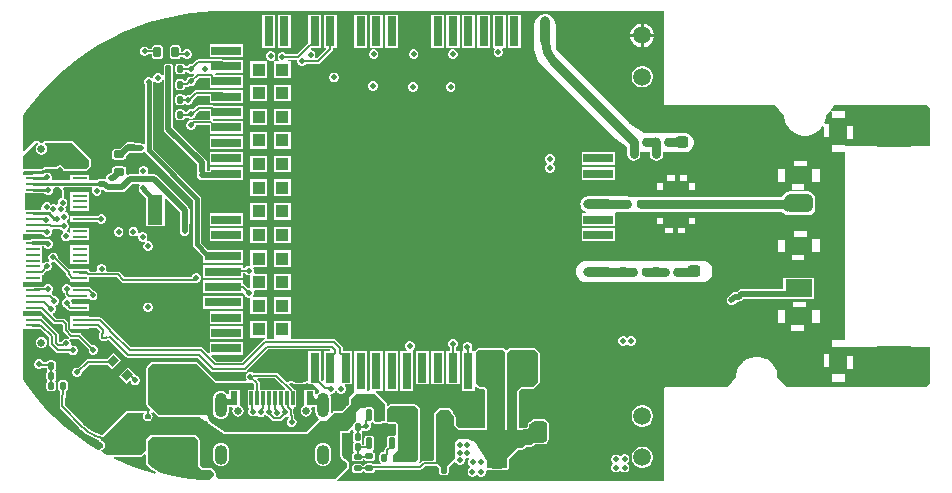
<source format=gbl>
G04*
G04 #@! TF.GenerationSoftware,Altium Limited,Altium Designer,22.8.2 (66)*
G04*
G04 Layer_Physical_Order=6*
G04 Layer_Color=16711680*
%FSLAX25Y25*%
%MOIN*%
G70*
G04*
G04 #@! TF.SameCoordinates,6BB00AFB-5455-402A-A2EE-A29BA1A7275C*
G04*
G04*
G04 #@! TF.FilePolarity,Positive*
G04*
G01*
G75*
%ADD11C,0.00400*%
G04:AMPARAMS|DCode=26|XSize=39.37mil|YSize=19.68mil|CornerRadius=2.46mil|HoleSize=0mil|Usage=FLASHONLY|Rotation=270.000|XOffset=0mil|YOffset=0mil|HoleType=Round|Shape=RoundedRectangle|*
%AMROUNDEDRECTD26*
21,1,0.03937,0.01476,0,0,270.0*
21,1,0.03445,0.01968,0,0,270.0*
1,1,0.00492,-0.00738,-0.01722*
1,1,0.00492,-0.00738,0.01722*
1,1,0.00492,0.00738,0.01722*
1,1,0.00492,0.00738,-0.01722*
%
%ADD26ROUNDEDRECTD26*%
G04:AMPARAMS|DCode=28|XSize=23.62mil|YSize=19.68mil|CornerRadius=3.94mil|HoleSize=0mil|Usage=FLASHONLY|Rotation=90.000|XOffset=0mil|YOffset=0mil|HoleType=Round|Shape=RoundedRectangle|*
%AMROUNDEDRECTD28*
21,1,0.02362,0.01181,0,0,90.0*
21,1,0.01575,0.01968,0,0,90.0*
1,1,0.00787,0.00591,0.00787*
1,1,0.00787,0.00591,-0.00787*
1,1,0.00787,-0.00591,-0.00787*
1,1,0.00787,-0.00591,0.00787*
%
%ADD28ROUNDEDRECTD28*%
G04:AMPARAMS|DCode=30|XSize=23.62mil|YSize=19.68mil|CornerRadius=3.94mil|HoleSize=0mil|Usage=FLASHONLY|Rotation=0.000|XOffset=0mil|YOffset=0mil|HoleType=Round|Shape=RoundedRectangle|*
%AMROUNDEDRECTD30*
21,1,0.02362,0.01181,0,0,0.0*
21,1,0.01575,0.01968,0,0,0.0*
1,1,0.00787,0.00787,-0.00591*
1,1,0.00787,-0.00787,-0.00591*
1,1,0.00787,-0.00787,0.00591*
1,1,0.00787,0.00787,0.00591*
%
%ADD30ROUNDEDRECTD30*%
%ADD33C,0.00800*%
%ADD58C,0.00600*%
G04:AMPARAMS|DCode=60|XSize=35.43mil|YSize=23.62mil|CornerRadius=4.72mil|HoleSize=0mil|Usage=FLASHONLY|Rotation=180.000|XOffset=0mil|YOffset=0mil|HoleType=Round|Shape=RoundedRectangle|*
%AMROUNDEDRECTD60*
21,1,0.03543,0.01417,0,0,180.0*
21,1,0.02598,0.02362,0,0,180.0*
1,1,0.00945,-0.01299,0.00709*
1,1,0.00945,0.01299,0.00709*
1,1,0.00945,0.01299,-0.00709*
1,1,0.00945,-0.01299,-0.00709*
%
%ADD60ROUNDEDRECTD60*%
%ADD61R,0.04331X0.14567*%
G04:AMPARAMS|DCode=63|XSize=35.43mil|YSize=23.62mil|CornerRadius=4.72mil|HoleSize=0mil|Usage=FLASHONLY|Rotation=270.000|XOffset=0mil|YOffset=0mil|HoleType=Round|Shape=RoundedRectangle|*
%AMROUNDEDRECTD63*
21,1,0.03543,0.01417,0,0,270.0*
21,1,0.02598,0.02362,0,0,270.0*
1,1,0.00945,-0.00709,-0.01299*
1,1,0.00945,-0.00709,0.01299*
1,1,0.00945,0.00709,0.01299*
1,1,0.00945,0.00709,-0.01299*
%
%ADD63ROUNDEDRECTD63*%
%ADD65C,0.01000*%
%ADD66C,0.02000*%
%ADD67C,0.01500*%
%ADD68C,0.01200*%
%ADD71C,0.05906*%
%ADD72C,0.09943*%
%ADD73O,0.03937X0.08268*%
%ADD74O,0.04331X0.06693*%
%ADD75C,0.02559*%
%ADD76C,0.14961*%
%ADD77C,0.02000*%
%ADD78C,0.02800*%
%ADD79C,0.02638*%
%ADD82C,0.03100*%
G04:AMPARAMS|DCode=83|XSize=41.34mil|YSize=88.58mil|CornerRadius=10.34mil|HoleSize=0mil|Usage=FLASHONLY|Rotation=90.000|XOffset=0mil|YOffset=0mil|HoleType=Round|Shape=RoundedRectangle|*
%AMROUNDEDRECTD83*
21,1,0.04134,0.06791,0,0,90.0*
21,1,0.02067,0.08858,0,0,90.0*
1,1,0.02067,0.03396,0.01034*
1,1,0.02067,0.03396,-0.01034*
1,1,0.02067,-0.03396,-0.01034*
1,1,0.02067,-0.03396,0.01034*
%
%ADD83ROUNDEDRECTD83*%
G04:AMPARAMS|DCode=84|XSize=39.37mil|YSize=41.34mil|CornerRadius=9.84mil|HoleSize=0mil|Usage=FLASHONLY|Rotation=90.000|XOffset=0mil|YOffset=0mil|HoleType=Round|Shape=RoundedRectangle|*
%AMROUNDEDRECTD84*
21,1,0.03937,0.02165,0,0,90.0*
21,1,0.01968,0.04134,0,0,90.0*
1,1,0.01968,0.01083,0.00984*
1,1,0.01968,0.01083,-0.00984*
1,1,0.01968,-0.01083,-0.00984*
1,1,0.01968,-0.01083,0.00984*
%
%ADD84ROUNDEDRECTD84*%
%ADD85R,0.09055X0.05906*%
G04:AMPARAMS|DCode=86|XSize=59.06mil|YSize=90.55mil|CornerRadius=14.76mil|HoleSize=0mil|Usage=FLASHONLY|Rotation=90.000|XOffset=0mil|YOffset=0mil|HoleType=Round|Shape=RoundedRectangle|*
%AMROUNDEDRECTD86*
21,1,0.05906,0.06102,0,0,90.0*
21,1,0.02953,0.09055,0,0,90.0*
1,1,0.02953,0.03051,0.01476*
1,1,0.02953,0.03051,-0.01476*
1,1,0.02953,-0.03051,-0.01476*
1,1,0.02953,-0.03051,0.01476*
%
%ADD86ROUNDEDRECTD86*%
%ADD87R,0.05906X0.09055*%
G04:AMPARAMS|DCode=88|XSize=31.5mil|YSize=23.62mil|CornerRadius=0mil|HoleSize=0mil|Usage=FLASHONLY|Rotation=45.000|XOffset=0mil|YOffset=0mil|HoleType=Round|Shape=Rectangle|*
%AMROTATEDRECTD88*
4,1,4,-0.00278,-0.01949,-0.01949,-0.00278,0.00278,0.01949,0.01949,0.00278,-0.00278,-0.01949,0.0*
%
%ADD88ROTATEDRECTD88*%

%ADD89C,0.07874*%
%ADD90R,0.05512X0.03150*%
%ADD91R,0.04921X0.03150*%
G04:AMPARAMS|DCode=92|XSize=23.62mil|YSize=19.68mil|CornerRadius=3.94mil|HoleSize=0mil|Usage=FLASHONLY|Rotation=315.000|XOffset=0mil|YOffset=0mil|HoleType=Round|Shape=RoundedRectangle|*
%AMROUNDEDRECTD92*
21,1,0.02362,0.01181,0,0,315.0*
21,1,0.01575,0.01968,0,0,315.0*
1,1,0.00787,0.00139,-0.00974*
1,1,0.00787,-0.00974,0.00139*
1,1,0.00787,-0.00139,0.00974*
1,1,0.00787,0.00974,-0.00139*
%
%ADD92ROUNDEDRECTD92*%
%ADD93R,0.02362X0.04724*%
%ADD94R,0.01181X0.04724*%
G04:AMPARAMS|DCode=95|XSize=71.65mil|YSize=53.15mil|CornerRadius=10.63mil|HoleSize=0mil|Usage=FLASHONLY|Rotation=270.000|XOffset=0mil|YOffset=0mil|HoleType=Round|Shape=RoundedRectangle|*
%AMROUNDEDRECTD95*
21,1,0.07165,0.03189,0,0,270.0*
21,1,0.05039,0.05315,0,0,270.0*
1,1,0.02126,-0.01595,-0.02520*
1,1,0.02126,-0.01595,0.02520*
1,1,0.02126,0.01595,0.02520*
1,1,0.02126,0.01595,-0.02520*
%
%ADD95ROUNDEDRECTD95*%
%ADD96R,0.04331X0.04331*%
%ADD97R,0.07874X0.11811*%
%ADD98R,0.03150X0.09843*%
%ADD99R,0.03150X0.12000*%
%ADD100R,0.09843X0.03150*%
G04:AMPARAMS|DCode=101|XSize=98.43mil|YSize=31.5mil|CornerRadius=15.75mil|HoleSize=0mil|Usage=FLASHONLY|Rotation=0.000|XOffset=0mil|YOffset=0mil|HoleType=Round|Shape=RoundedRectangle|*
%AMROUNDEDRECTD101*
21,1,0.09843,0.00000,0,0,0.0*
21,1,0.06693,0.03150,0,0,0.0*
1,1,0.03150,0.03347,0.00000*
1,1,0.03150,-0.03347,0.00000*
1,1,0.03150,-0.03347,0.00000*
1,1,0.03150,0.03347,0.00000*
%
%ADD101ROUNDEDRECTD101*%
G04:AMPARAMS|DCode=102|XSize=98.43mil|YSize=31.5mil|CornerRadius=15.75mil|HoleSize=0mil|Usage=FLASHONLY|Rotation=270.000|XOffset=0mil|YOffset=0mil|HoleType=Round|Shape=RoundedRectangle|*
%AMROUNDEDRECTD102*
21,1,0.09843,0.00000,0,0,270.0*
21,1,0.06693,0.03150,0,0,270.0*
1,1,0.03150,0.00000,-0.03347*
1,1,0.03150,0.00000,0.03347*
1,1,0.03150,0.00000,0.03347*
1,1,0.03150,0.00000,-0.03347*
%
%ADD102ROUNDEDRECTD102*%
%ADD103R,0.12000X0.03150*%
%ADD104R,0.05118X0.00984*%
%ADD105R,0.04921X0.10000*%
%ADD106R,0.06693X0.03543*%
%ADD107C,0.00598*%
%ADD108C,0.03150*%
G36*
X187545Y128506D02*
Y97924D01*
X187607Y97612D01*
X187783Y97347D01*
X188048Y97171D01*
X188360Y97109D01*
X224649D01*
X227735Y93634D01*
Y93342D01*
X227750Y93263D01*
Y93183D01*
X227985Y92002D01*
X228016Y91928D01*
X228032Y91849D01*
X228492Y90737D01*
X228537Y90670D01*
X228568Y90596D01*
X229236Y89595D01*
X229293Y89539D01*
X229338Y89472D01*
X230189Y88621D01*
X230256Y88576D01*
X230313Y88519D01*
X231313Y87850D01*
X231388Y87820D01*
X231454Y87775D01*
X232567Y87314D01*
X232645Y87299D01*
X232720Y87268D01*
X233900Y87033D01*
X233981D01*
X234059Y87018D01*
X235263D01*
X235342Y87033D01*
X235422D01*
X236603Y87268D01*
X236677Y87299D01*
X236756Y87314D01*
X237868Y87775D01*
X237935Y87820D01*
X238009Y87850D01*
X239010Y88519D01*
X239067Y88576D01*
X239133Y88621D01*
X239984Y89472D01*
X240029Y89539D01*
X240086Y89595D01*
X240449Y90139D01*
X240949Y89987D01*
Y86756D01*
X242821D01*
Y91026D01*
X241490Y91024D01*
X241156Y91523D01*
X241291Y91849D01*
X241306Y91928D01*
X241337Y92002D01*
X241572Y93183D01*
Y93263D01*
X241588Y93342D01*
Y93656D01*
X242940Y95332D01*
X243122Y95337D01*
X243599Y94868D01*
Y92927D01*
X247872D01*
Y95368D01*
X244096Y95361D01*
X243697Y95360D01*
X243486Y95513D01*
X243386Y95786D01*
X243522Y96053D01*
X244373Y97109D01*
X275174D01*
X276189Y96093D01*
Y83674D01*
X270077D01*
X269953Y83513D01*
X269707Y83251D01*
X258797Y83251D01*
X258797Y83251D01*
X258550Y83513D01*
X258426Y83674D01*
X248657D01*
X248449Y83632D01*
X247949Y83885D01*
Y83885D01*
X243677Y83877D01*
Y81444D01*
X247842D01*
Y18950D01*
X243598D01*
Y16509D01*
X247870Y16517D01*
X247870Y16517D01*
X248338Y16747D01*
X248370Y16745D01*
X248657Y16688D01*
X258427D01*
X258522Y16813D01*
X258766Y17076D01*
X269738Y17076D01*
X269738Y17076D01*
X269982Y16813D01*
X270077Y16688D01*
X276189D01*
X276189Y4450D01*
X274991Y3252D01*
X228568D01*
X225483Y6726D01*
Y7018D01*
X225467Y7097D01*
Y7177D01*
X225232Y8358D01*
X225202Y8432D01*
X225186Y8511D01*
X224725Y9623D01*
X224681Y9690D01*
X224650Y9764D01*
X223981Y10765D01*
X223924Y10822D01*
X223880Y10888D01*
X223029Y11740D01*
X222962Y11784D01*
X222905Y11841D01*
X221904Y12510D01*
X221830Y12541D01*
X221763Y12585D01*
X220651Y13046D01*
X220572Y13061D01*
X220498Y13092D01*
X219317Y13327D01*
X219237D01*
X219158Y13343D01*
X217954D01*
X217876Y13327D01*
X217795D01*
X216615Y13092D01*
X216541Y13061D01*
X216462Y13046D01*
X215350Y12585D01*
X215283Y12541D01*
X215209Y12510D01*
X214208Y11841D01*
X214151Y11784D01*
X214084Y11740D01*
X213233Y10888D01*
X213188Y10822D01*
X213132Y10765D01*
X212463Y9764D01*
X212432Y9690D01*
X212387Y9623D01*
X211927Y8511D01*
X211911Y8432D01*
X211880Y8358D01*
X211646Y7177D01*
Y7097D01*
X211630Y7018D01*
Y6704D01*
X208844Y3252D01*
X188360D01*
X188048Y3190D01*
X187783Y3013D01*
X187607Y2748D01*
X187545Y2436D01*
X187545Y-28146D01*
X79008D01*
X78801Y-27646D01*
X82310Y-24137D01*
X82500Y-23678D01*
Y-22002D01*
X82310Y-21543D01*
X81609Y-20842D01*
X81434Y-20770D01*
X81277Y-20664D01*
X81186Y-20646D01*
X80871Y-20436D01*
X80661Y-20122D01*
X80643Y-20031D01*
X80538Y-19874D01*
X80466Y-19699D01*
X80308Y-19541D01*
Y-12161D01*
X82475D01*
X82934Y-11971D01*
X83013Y-11780D01*
X83045Y-11755D01*
X83447Y-11018D01*
X83657Y-11013D01*
X83964Y-11115D01*
X84019Y-11395D01*
X84086Y-11495D01*
X84197Y-11859D01*
X84086Y-12223D01*
X84019Y-12323D01*
X83942Y-12710D01*
Y-14285D01*
X84019Y-14673D01*
X84124Y-14830D01*
X84200Y-15178D01*
X84124Y-15527D01*
X84019Y-15684D01*
X83942Y-16072D01*
Y-17646D01*
X84019Y-18034D01*
X84239Y-18363D01*
Y-18506D01*
X84042Y-18637D01*
X83823Y-18966D01*
X83745Y-19354D01*
Y-20535D01*
X83823Y-20922D01*
X84042Y-21251D01*
X84371Y-21471D01*
X84759Y-21548D01*
X86333D01*
X86721Y-21471D01*
X87050Y-21251D01*
X87269Y-20922D01*
X87288Y-20828D01*
X87766D01*
X87771Y-20854D01*
X87991Y-21182D01*
X88320Y-21402D01*
X88708Y-21479D01*
X90282D01*
X90670Y-21402D01*
X90999Y-21182D01*
X91218Y-20854D01*
X91295Y-20466D01*
Y-19285D01*
X91218Y-18897D01*
X90999Y-18569D01*
X90750Y-18402D01*
X90680Y-18058D01*
X90687Y-17842D01*
X90718Y-17821D01*
X90905Y-17542D01*
X90971Y-17212D01*
Y-13767D01*
X90905Y-13437D01*
X90718Y-13157D01*
X90438Y-12970D01*
X90108Y-12904D01*
X88632D01*
X88302Y-12970D01*
X88022Y-13157D01*
X87835Y-13437D01*
X87769Y-13767D01*
Y-15941D01*
X87124D01*
X87072Y-15684D01*
X86967Y-15527D01*
X86891Y-15178D01*
X86967Y-14830D01*
X87072Y-14673D01*
X87150Y-14285D01*
Y-12710D01*
X87072Y-12323D01*
X87006Y-12223D01*
X86894Y-11859D01*
X87006Y-11495D01*
X87050Y-11428D01*
X87104Y-11384D01*
X87444Y-11264D01*
X87611Y-11249D01*
X88142Y-11469D01*
X88779D01*
X89367Y-11225D01*
X89817Y-10775D01*
X90061Y-10187D01*
Y-9551D01*
X89884Y-9125D01*
X90068Y-8715D01*
X90172Y-8613D01*
X90438Y-8560D01*
X90675Y-8401D01*
X91261Y-8987D01*
X91720Y-9177D01*
X92880D01*
X92942Y-9151D01*
X93007Y-9165D01*
X93164Y-9059D01*
X93219Y-9037D01*
X93268Y-9027D01*
X93310Y-8999D01*
X93340Y-8987D01*
X93344Y-8976D01*
X93690Y-8745D01*
X94061Y-8671D01*
X94177Y-8694D01*
X94242Y-8681D01*
X94304Y-8707D01*
X94478Y-8634D01*
X94664Y-8597D01*
X95166Y-8574D01*
X95367Y-8775D01*
X95590Y-8867D01*
X95826Y-8965D01*
X96115D01*
X98052Y-8968D01*
X98313Y-9230D01*
Y-12632D01*
X98168Y-12757D01*
X97813Y-12949D01*
X97589Y-12904D01*
X96112D01*
X95782Y-12970D01*
X95502Y-13157D01*
X95315Y-13437D01*
X95250Y-13767D01*
Y-16688D01*
X94722Y-17215D01*
X94523Y-17513D01*
X94453Y-17864D01*
Y-18482D01*
X93797D01*
X93409Y-18560D01*
X93080Y-18779D01*
X92861Y-19108D01*
X92783Y-19496D01*
Y-21070D01*
X92861Y-21458D01*
X93080Y-21787D01*
X93292Y-21928D01*
X93162Y-22428D01*
X90883D01*
X90670Y-22286D01*
X90282Y-22209D01*
X88708D01*
X88320Y-22286D01*
X87991Y-22506D01*
X87771Y-22834D01*
X87752Y-22929D01*
X87275D01*
X87269Y-22903D01*
X87050Y-22574D01*
X86721Y-22354D01*
X86333Y-22277D01*
X84759D01*
X84371Y-22354D01*
X84042Y-22574D01*
X83823Y-22903D01*
X83745Y-23291D01*
Y-24472D01*
X83823Y-24859D01*
X84042Y-25188D01*
X84371Y-25408D01*
X84759Y-25485D01*
X86333D01*
X86721Y-25408D01*
X87050Y-25188D01*
X87269Y-24859D01*
X87288Y-24765D01*
X87766D01*
X87771Y-24791D01*
X87991Y-25120D01*
X88320Y-25339D01*
X88708Y-25416D01*
X90282D01*
X90670Y-25339D01*
X90999Y-25120D01*
X91218Y-24791D01*
X91295Y-24403D01*
Y-24264D01*
X106457D01*
X106808Y-24194D01*
X107106Y-23995D01*
X108025Y-23076D01*
X111853D01*
X112688Y-23911D01*
Y-25027D01*
X112765Y-25414D01*
X112984Y-25743D01*
X113313Y-25963D01*
X113701Y-26040D01*
X114882D01*
X115270Y-25963D01*
X115598Y-25743D01*
X115818Y-25414D01*
X115895Y-25027D01*
Y-23730D01*
X117787Y-21838D01*
X118377Y-21955D01*
X118424Y-22068D01*
X118874Y-22518D01*
X119462Y-22762D01*
X120098D01*
X120686Y-22518D01*
X121137Y-22068D01*
X121380Y-21480D01*
Y-20843D01*
X121287Y-20619D01*
X121670Y-20237D01*
X121788Y-20286D01*
X122425D01*
X122514Y-20248D01*
X122798Y-20672D01*
X122495Y-20976D01*
X122251Y-21564D01*
Y-22200D01*
X122495Y-22788D01*
X122854Y-23147D01*
X122897Y-23474D01*
X122844Y-23738D01*
X122472Y-24110D01*
X122228Y-24698D01*
Y-25335D01*
X122472Y-25923D01*
X122922Y-26373D01*
X123510Y-26617D01*
X124146D01*
X124735Y-26373D01*
X124954Y-26154D01*
X125280Y-25975D01*
X125607Y-26154D01*
X125826Y-26373D01*
X126414Y-26617D01*
X127051D01*
X127639Y-26373D01*
X128089Y-25923D01*
X128332Y-25335D01*
Y-24885D01*
X128719Y-24547D01*
X128794Y-24518D01*
X135256D01*
X135715Y-24328D01*
X135905Y-23868D01*
Y-20742D01*
X138983Y-17664D01*
X140411D01*
X140473Y-17639D01*
X140538Y-17652D01*
X140696Y-17547D01*
X140871Y-17474D01*
X140896Y-17413D01*
X140951Y-17376D01*
X141179Y-17035D01*
X141514Y-16811D01*
X141973Y-16720D01*
X143383D01*
X143842Y-16530D01*
X144500Y-15872D01*
X147589D01*
X148238Y-15743D01*
X148788Y-15376D01*
X149155Y-14826D01*
X149284Y-14177D01*
Y-9138D01*
X149155Y-8489D01*
X148788Y-7938D01*
X148238Y-7571D01*
X147589Y-7442D01*
X144400D01*
X143751Y-7571D01*
X143201Y-7938D01*
X142833Y-8489D01*
X142784Y-8508D01*
X142558Y-8602D01*
X142330Y-8693D01*
X142329Y-8697D01*
X142325Y-8698D01*
X142231Y-8925D01*
X142134Y-9150D01*
X142136Y-9154D01*
X142134Y-9158D01*
Y-9783D01*
X142095Y-9982D01*
X142019Y-10096D01*
X141905Y-10172D01*
X141707Y-10211D01*
X140590D01*
X140564Y-10222D01*
X140505Y-10201D01*
X140346Y-10275D01*
X140282Y-10288D01*
X139429D01*
X139429Y1805D01*
X140243Y2619D01*
X144026D01*
X144485Y2809D01*
X146096Y4420D01*
X146287Y4880D01*
X146287Y14622D01*
X146096Y15081D01*
X145154Y16023D01*
X144695Y16213D01*
X136216Y16213D01*
X135757Y16023D01*
X135218Y15484D01*
X135030Y15521D01*
X134528Y16023D01*
X134069Y16213D01*
X125856Y16213D01*
X125397Y16023D01*
X124612Y15238D01*
X124583Y15170D01*
X123601D01*
X123514Y15663D01*
X123757Y16251D01*
Y16888D01*
X123514Y17476D01*
X123064Y17926D01*
X122476Y18170D01*
X121839D01*
X121251Y17926D01*
X120801Y17476D01*
X120557Y16888D01*
Y16251D01*
X120801Y15663D01*
X120587Y15170D01*
X120268D01*
Y1970D01*
X124618D01*
Y3282D01*
X125080Y3473D01*
X125744Y2809D01*
X126204Y2619D01*
X127722Y2619D01*
X128051Y2289D01*
X128051Y-10288D01*
X119198D01*
X118169Y-9259D01*
Y-6577D01*
X118094Y-6396D01*
X118052Y-6204D01*
X117450Y-5346D01*
Y-4850D01*
X117103D01*
X116614Y-4151D01*
X116564Y-4120D01*
X116541Y-4065D01*
X116360Y-3990D01*
X116195Y-3884D01*
X116137Y-3897D01*
X116082Y-3875D01*
X112894D01*
X112435Y-4065D01*
X111282Y-5218D01*
X111092Y-5677D01*
X111092Y-20887D01*
X110739Y-21240D01*
X107645D01*
X107294Y-21310D01*
X106996Y-21509D01*
X106304Y-22202D01*
X106118Y-22167D01*
X105951Y-21627D01*
X106253Y-21325D01*
X106443Y-20865D01*
X106443Y-4333D01*
X106253Y-3874D01*
X105100Y-2720D01*
X104641Y-2530D01*
X96422D01*
X95963Y-2720D01*
X95755Y-2928D01*
X95293Y-2737D01*
Y-2351D01*
X95103Y-1892D01*
X91753Y1458D01*
X91725Y1470D01*
X91825Y1970D01*
X93909D01*
Y15170D01*
X89560D01*
Y2462D01*
X89147Y2038D01*
X89060Y2014D01*
X88875Y2035D01*
X88791Y2148D01*
Y15170D01*
X84441D01*
Y1970D01*
X84441D01*
X84471Y1470D01*
X84443Y1458D01*
X82728Y-257D01*
X82538Y-716D01*
Y-2371D01*
X81854Y-3055D01*
X81829Y-3116D01*
X81774Y-3153D01*
X81768Y-3161D01*
X81760Y-3167D01*
X81723Y-3222D01*
X81662Y-3247D01*
X80265Y-4644D01*
X78661Y-4644D01*
X78599Y-4670D01*
X78534Y-4657D01*
X78051Y-4753D01*
X78006Y-4744D01*
X77941Y-4757D01*
X77879Y-4731D01*
X77704Y-4804D01*
X77518Y-4841D01*
X77482Y-4896D01*
X77420Y-4922D01*
X77063Y-5279D01*
X76589Y-5046D01*
X76603Y-4943D01*
Y-612D01*
X76514Y59D01*
X76325Y516D01*
X76548Y925D01*
X76641Y1002D01*
X76994D01*
X77582Y1246D01*
X78032Y1696D01*
X78073Y1793D01*
X78614D01*
X78654Y1696D01*
X79104Y1246D01*
X79692Y1002D01*
X80329D01*
X80917Y1246D01*
X81367Y1696D01*
X81611Y2284D01*
Y2920D01*
X81367Y3508D01*
X81229Y3646D01*
X81437Y4146D01*
X83673D01*
Y15189D01*
X80657D01*
Y16151D01*
X80587Y16502D01*
X80388Y16800D01*
X78248Y18940D01*
X77950Y19139D01*
X77599Y19209D01*
X63229D01*
X63200Y19697D01*
X63200Y19709D01*
Y25228D01*
X57670D01*
Y19709D01*
X57670Y19697D01*
X57641Y19209D01*
X55355D01*
X55326Y19697D01*
X55326Y19709D01*
Y25228D01*
X49796D01*
Y19697D01*
X54584D01*
X54633Y19197D01*
X54341Y19139D01*
X54043Y18940D01*
X46819Y11716D01*
X38494D01*
X36684Y13526D01*
X36875Y13988D01*
X47256D01*
Y18338D01*
X36213D01*
Y14650D01*
X35751Y14459D01*
X33948Y16262D01*
X33650Y16461D01*
X33299Y16531D01*
X9972D01*
X3776Y22727D01*
X3726Y22760D01*
X3703Y22794D01*
X286Y26211D01*
X-12Y26410D01*
X-363Y26480D01*
X-3890D01*
Y26839D01*
X-10208D01*
Y22686D01*
X-3890D01*
Y23045D01*
X-1406D01*
X-322Y21961D01*
X-261Y21486D01*
X-637Y20924D01*
X-769Y20261D01*
X-637Y19597D01*
X-261Y19035D01*
X-261Y19035D01*
X-261Y19035D01*
X301Y18659D01*
X965Y18527D01*
X1628Y18659D01*
X2190Y19035D01*
X2667Y18978D01*
X3751Y17894D01*
X8280Y13364D01*
X8578Y13166D01*
X8929Y13096D01*
X32256D01*
X36802Y8550D01*
X37100Y8351D01*
X37451Y8281D01*
X47862D01*
X48213Y8351D01*
X48511Y8550D01*
X55735Y15774D01*
X76189D01*
X76246Y15688D01*
X75979Y15189D01*
X74205D01*
Y5580D01*
X73744Y5379D01*
X73437Y5628D01*
Y15189D01*
X69087D01*
Y5269D01*
X68319D01*
X67859Y5079D01*
X67742Y4795D01*
X64546D01*
X64428Y5079D01*
X63969Y5269D01*
X62908D01*
X62789Y5220D01*
X62660D01*
X62568Y5128D01*
X62449Y5079D01*
X61938Y4937D01*
X59133Y7742D01*
X58835Y7941D01*
X58484Y8010D01*
X50815D01*
X50702Y8124D01*
X50114Y8367D01*
X49477D01*
X48889Y8124D01*
X48439Y7674D01*
X48196Y7086D01*
Y6449D01*
X48439Y5861D01*
X48531Y5769D01*
X48324Y5269D01*
X38315Y5269D01*
X32315Y11269D01*
X31855Y11460D01*
X16851D01*
X16392Y11269D01*
X15178Y10055D01*
X14988Y9596D01*
X14988Y-2450D01*
X15178Y-2909D01*
X16390Y-4121D01*
X16394Y-4143D01*
X16262Y-4701D01*
X16262Y-4701D01*
X16090Y-4772D01*
X16087Y-4773D01*
X16061Y-4835D01*
X16009Y-4870D01*
X16006Y-4871D01*
X15969Y-5057D01*
X15897Y-5233D01*
X15922Y-5294D01*
X15910Y-5359D01*
X15911Y-5360D01*
X16015Y-5517D01*
X16088Y-5692D01*
X16091Y-5693D01*
X16149Y-5717D01*
X16186Y-5772D01*
X16322Y-5863D01*
X16532Y-6178D01*
X16606Y-6549D01*
X16532Y-6920D01*
X16322Y-7234D01*
X16008Y-7444D01*
X15637Y-7518D01*
X15266Y-7444D01*
X14952Y-7234D01*
X14742Y-6920D01*
X14668Y-6549D01*
X14742Y-6178D01*
X14952Y-5863D01*
X15086Y-5774D01*
X15123Y-5718D01*
X15182Y-5694D01*
X15184Y-5693D01*
X15257Y-5518D01*
X15362Y-5361D01*
X15349Y-5295D01*
X15374Y-5233D01*
X15373Y-5232D01*
X15302Y-5059D01*
X15265Y-4873D01*
X15209Y-4836D01*
X15183Y-4774D01*
X15009Y-4702D01*
X14851Y-4597D01*
X14786Y-4610D01*
X14724Y-4585D01*
X8659Y-4591D01*
X8423Y-4689D01*
X8201Y-4781D01*
X234Y-12756D01*
X-587Y-12559D01*
X-2323Y-11840D01*
X-3926Y-10858D01*
X-5354Y-9637D01*
X-5600Y-9349D01*
X-5619Y-9350D01*
X-5966Y-8992D01*
X-11920Y-2724D01*
X-11800Y1968D01*
X-11694Y1989D01*
X-11366Y2208D01*
X-11146Y2537D01*
X-11069Y2925D01*
Y4500D01*
X-11146Y4887D01*
X-11366Y5216D01*
X-11694Y5436D01*
X-12082Y5513D01*
X-13263D01*
X-13651Y5436D01*
X-13980Y5216D01*
X-14199Y4887D01*
X-14276Y4500D01*
Y2925D01*
X-14199Y2537D01*
X-13980Y2208D01*
X-13651Y1989D01*
X-13635Y1986D01*
X-13747Y-2356D01*
X-13765Y-2825D01*
X-13765Y-2825D01*
X-13767Y-2828D01*
X-13768Y-2834D01*
X-13770Y-2847D01*
X-13770Y-2848D01*
X-13766D01*
X-13759Y-3087D01*
X-13726Y-3252D01*
X-13726Y-3252D01*
X-13716Y-3309D01*
X-13698Y-3416D01*
X-13691Y-3427D01*
X-13689Y-3438D01*
X-13596Y-3578D01*
X-13506Y-3719D01*
X-7294Y-10258D01*
X-6991Y-10578D01*
X-6993Y-10657D01*
X-6993Y-10657D01*
X-6992Y-10661D01*
X-6669Y-10948D01*
X-6667Y-10949D01*
X-6618Y-10991D01*
X-5016Y-12359D01*
X-3166Y-13493D01*
X-1161Y-14323D01*
X-772Y-14417D01*
Y-14615D01*
X-700Y-14790D01*
X-663Y-14975D01*
X-608Y-15012D01*
X-582Y-15074D01*
X-407Y-15146D01*
X-250Y-15252D01*
X169Y-15335D01*
X484Y-15545D01*
X694Y-15859D01*
X768Y-16230D01*
X694Y-16601D01*
X484Y-16916D01*
X169Y-17126D01*
X-28Y-17165D01*
X-186Y-17270D01*
X-361Y-17343D01*
X-386Y-17404D01*
X-439Y-17440D01*
X-442Y-17441D01*
X-444Y-17452D01*
X-797Y-17664D01*
X-1013Y-17689D01*
X-4368Y-15635D01*
X-8283Y-12890D01*
X-12020Y-9908D01*
X-15566Y-6700D01*
X-18906Y-3279D01*
X-22029Y342D01*
X-24921Y4149D01*
X-26110Y5934D01*
X-26110Y22250D01*
X-25956Y22686D01*
X-25610Y22686D01*
X-20265D01*
X-17355Y19776D01*
Y17467D01*
X-17285Y17116D01*
X-17086Y16818D01*
X-15060Y14792D01*
X-14762Y14593D01*
X-14411Y14523D01*
X-10672D01*
X-10233Y14084D01*
X-9645Y13841D01*
X-9009D01*
X-8421Y14084D01*
X-7971Y14534D01*
X-7727Y15123D01*
Y15759D01*
X-7971Y16347D01*
X-8421Y16797D01*
X-9009Y17041D01*
X-9645D01*
X-9989Y17439D01*
X-9982Y17456D01*
Y18092D01*
X-10226Y18680D01*
X-10537Y18991D01*
X-10281Y19378D01*
X-10242Y19403D01*
X-9910Y19337D01*
X-7557D01*
X-4135Y15916D01*
Y15295D01*
X-3892Y14707D01*
X-3442Y14257D01*
X-2854Y14013D01*
X-2217D01*
X-1629Y14257D01*
X-1179Y14707D01*
X-935Y15295D01*
Y15932D01*
X-1179Y16520D01*
X-1629Y16970D01*
X-2217Y17213D01*
X-2838D01*
X-6528Y20903D01*
X-6826Y21102D01*
X-7177Y21172D01*
X-9530D01*
X-10848Y22490D01*
Y24149D01*
X-10918Y24500D01*
X-11117Y24798D01*
X-12100Y25781D01*
X-12398Y25980D01*
X-12749Y26050D01*
X-14904D01*
X-16041Y27188D01*
X-15924Y27777D01*
X-15725Y27860D01*
X-15275Y28310D01*
X-15032Y28898D01*
Y29534D01*
X-15275Y30122D01*
X-14949Y30503D01*
X-14776Y30575D01*
X-14326Y31025D01*
X-14082Y31613D01*
Y32250D01*
X-14326Y32838D01*
X-14776Y33288D01*
X-15364Y33532D01*
X-15717D01*
X-16440Y34254D01*
X-16455Y34273D01*
X-16468Y34880D01*
X-16289Y35059D01*
X-16046Y35647D01*
Y36283D01*
X-16289Y36871D01*
X-16739Y37321D01*
X-17327Y37565D01*
X-17964D01*
X-18552Y37321D01*
X-19002Y36871D01*
X-19075Y36695D01*
X-22454D01*
X-22521Y36681D01*
X-25956Y36681D01*
X-26110Y37118D01*
Y37998D01*
X-25956Y38434D01*
X-25610Y38434D01*
X-19638D01*
Y40689D01*
X-19410Y40735D01*
X-19112Y40934D01*
X-18182Y41863D01*
X-17561D01*
X-16973Y42107D01*
X-16523Y42557D01*
X-16279Y43145D01*
Y43782D01*
X-16523Y44370D01*
X-16596Y44443D01*
X-16313Y44867D01*
X-16244Y44839D01*
X-15607D01*
X-15418Y44917D01*
X-11663Y41162D01*
Y40810D01*
X-11594Y40458D01*
X-11395Y40161D01*
X-10304Y39070D01*
X-10208Y39006D01*
Y38434D01*
X-3890D01*
Y39892D01*
X5194D01*
X6739Y38346D01*
X7037Y38147D01*
X7388Y38078D01*
X30840D01*
X31032Y38116D01*
X31449Y37943D01*
X32085D01*
X32673Y38186D01*
X33123Y38636D01*
X33367Y39225D01*
Y39861D01*
X33123Y40449D01*
X32673Y40899D01*
X32085Y41143D01*
X31449D01*
X30860Y40899D01*
X30410Y40449D01*
X30188Y39913D01*
X7768D01*
X6223Y41458D01*
X5925Y41657D01*
X5574Y41727D01*
X2033D01*
X1699Y42227D01*
X1767Y42391D01*
Y43028D01*
X1524Y43616D01*
X1073Y44066D01*
X485Y44309D01*
X-151D01*
X-739Y44066D01*
X-1189Y43616D01*
X-1433Y43028D01*
Y42391D01*
X-1365Y42227D01*
X-1699Y41727D01*
X-3708D01*
X-3766Y41766D01*
X-3785Y41770D01*
X-3890Y41875D01*
Y42587D01*
X-10208D01*
X-10208Y42587D01*
Y42587D01*
X-10652Y42746D01*
X-14325Y46420D01*
Y46757D01*
X-14569Y47345D01*
X-15019Y47795D01*
X-15607Y48039D01*
X-16244D01*
X-16832Y47795D01*
X-17282Y47345D01*
X-17526Y46757D01*
Y46120D01*
X-17282Y45532D01*
X-17208Y45458D01*
X-17491Y45035D01*
X-17561Y45063D01*
X-18197D01*
X-18785Y44820D01*
X-19138Y44467D01*
X-19593Y44592D01*
X-19638Y44620D01*
Y46308D01*
Y50114D01*
X-18981D01*
X-18972Y50093D01*
X-18522Y49643D01*
X-17934Y49400D01*
X-17297D01*
X-16709Y49643D01*
X-16259Y50093D01*
X-16016Y50681D01*
Y51318D01*
X-16259Y51906D01*
X-16709Y52356D01*
X-17297Y52600D01*
X-17934D01*
X-18074Y52542D01*
X-18170Y52561D01*
X-22797D01*
X-23265Y52468D01*
X-23323Y52429D01*
X-25956Y52429D01*
X-26110Y52866D01*
Y53746D01*
X-25956Y54182D01*
X-25610Y54182D01*
X-19638D01*
X-19244Y53927D01*
X-19236Y53907D01*
X-18785Y53457D01*
X-18197Y53214D01*
X-17561D01*
X-16973Y53457D01*
X-16523Y53907D01*
X-16279Y54495D01*
Y55132D01*
X-16384Y55385D01*
X-16050Y55885D01*
X-13694D01*
X-13271Y55462D01*
X-12778Y55258D01*
X-12709Y55109D01*
X-12673Y54958D01*
X-12664Y54718D01*
X-13021Y54362D01*
X-13264Y53774D01*
Y53137D01*
X-13021Y52549D01*
X-12571Y52099D01*
X-11983Y51856D01*
X-11346D01*
X-10758Y52099D01*
X-10689Y52168D01*
X-10208Y52214D01*
X-10208Y52214D01*
X-10208Y52214D01*
X-3890D01*
Y56366D01*
X-10208D01*
Y54969D01*
X-10708Y54762D01*
X-10758Y54812D01*
X-11251Y55016D01*
X-11321Y55165D01*
X-11356Y55316D01*
X-11365Y55556D01*
X-11009Y55912D01*
X-10765Y56500D01*
Y57137D01*
X-11009Y57725D01*
X-11459Y58175D01*
X-11473Y58181D01*
Y58722D01*
X-11467Y58724D01*
X-11016Y59174D01*
X-10773Y59763D01*
Y60399D01*
X-11016Y60987D01*
X-11467Y61437D01*
X-11946Y61636D01*
X-11742Y62128D01*
Y62764D01*
X-11971Y63316D01*
X-11897Y63347D01*
X-11447Y63797D01*
X-11203Y64385D01*
Y65022D01*
X-11447Y65610D01*
X-11897Y66060D01*
X-12450Y66289D01*
X-12450Y68973D01*
X-12640Y69433D01*
X-12646Y69439D01*
X-12455Y69901D01*
X-3168D01*
X-2895Y69401D01*
X-3054Y69016D01*
Y68380D01*
X-2811Y67792D01*
X-2361Y67342D01*
X-1773Y67098D01*
X-1136D01*
X-548Y67342D01*
X-98Y67792D01*
X146Y68380D01*
Y69003D01*
X184Y69039D01*
X579Y69277D01*
X1107Y68749D01*
X1636Y68395D01*
X2260Y68271D01*
X6987D01*
X7612Y68395D01*
X8141Y68749D01*
X10306Y70913D01*
X12652D01*
X12859Y70414D01*
X12797Y70351D01*
X12554Y69763D01*
Y69127D01*
X12797Y68539D01*
X12960Y68376D01*
X12978Y68287D01*
X13276Y67841D01*
X15074Y66043D01*
Y56790D01*
X21195D01*
Y66092D01*
X21657Y66283D01*
X26341Y61599D01*
Y58588D01*
X26327Y58568D01*
X26203Y57944D01*
Y55196D01*
X26235Y55038D01*
Y54877D01*
X26296Y54729D01*
X26327Y54571D01*
X26417Y54438D01*
X26478Y54289D01*
X26592Y54176D01*
X26681Y54042D01*
X26815Y53953D01*
X26928Y53839D01*
X27077Y53778D01*
X27210Y53689D01*
X27368Y53657D01*
X27516Y53596D01*
X27677D01*
X27835Y53564D01*
X27992Y53596D01*
X28153D01*
X28301Y53657D01*
X28459Y53689D01*
X28593Y53778D01*
X28741Y53839D01*
X28855Y53953D01*
X28988Y54042D01*
X29077Y54176D01*
X29191Y54289D01*
X29252Y54438D01*
X29342Y54571D01*
X29373Y54729D01*
X29435Y54877D01*
Y55038D01*
X29466Y55196D01*
Y57437D01*
X29480Y57457D01*
X29531Y57716D01*
X29535Y57726D01*
Y57737D01*
X29604Y58081D01*
Y62275D01*
X29480Y62899D01*
X29126Y63428D01*
X18856Y73698D01*
X18326Y74052D01*
X17702Y74176D01*
X15912D01*
X15613Y74676D01*
X15754Y75015D01*
Y75652D01*
X15510Y76240D01*
X15060Y76690D01*
X14472Y76934D01*
X13835D01*
X13247Y76690D01*
X12797Y76240D01*
X12554Y75652D01*
Y75015D01*
X12694Y74676D01*
X12395Y74176D01*
X9630D01*
X9005Y74052D01*
X8947Y74013D01*
X8586Y74213D01*
X8488Y74307D01*
Y75685D01*
X8404Y76103D01*
X8167Y76458D01*
X7813Y76695D01*
X7394Y76778D01*
X4796D01*
X4377Y76695D01*
X4022Y76458D01*
X3785Y76103D01*
X3702Y75685D01*
Y74891D01*
X3279Y74467D01*
X3169Y74445D01*
X3009D01*
X2860Y74384D01*
X2702Y74353D01*
X2569Y74263D01*
X2420Y74202D01*
X2307Y74088D01*
X2173Y73999D01*
X2084Y73865D01*
X1970Y73752D01*
X1909Y73603D01*
X1820Y73470D01*
X1788Y73312D01*
X1727Y73164D01*
Y73047D01*
X1654Y72827D01*
X1227Y72636D01*
X1140Y72654D01*
X-280D01*
X-904Y72530D01*
X-1433Y72176D01*
X-1455Y72144D01*
X-3890D01*
Y74083D01*
X-10208D01*
Y72144D01*
X-16169D01*
X-16503Y72644D01*
X-16437Y72804D01*
Y73441D01*
X-16680Y74029D01*
X-17131Y74479D01*
X-17719Y74722D01*
X-18355D01*
X-18943Y74479D01*
X-19302Y74120D01*
X-22789D01*
X-22789Y74120D01*
X-22977Y74083D01*
X-25956Y74083D01*
X-26110Y74519D01*
Y75062D01*
X-25709Y75402D01*
X-19638D01*
X-19539Y75443D01*
X-19433Y75435D01*
X-19419Y75448D01*
X-19400Y75447D01*
X-18970Y75617D01*
X-18909Y75676D01*
X-18839Y75690D01*
X-18616Y75839D01*
X-18415Y75879D01*
X-14966D01*
X-14905Y75904D01*
X-14840Y75891D01*
X-14682Y75997D01*
X-14507Y76069D01*
X-14482Y76131D01*
X-14426Y76168D01*
X-14409Y76194D01*
X-14094Y76404D01*
X-13723Y76478D01*
X-13352Y76404D01*
X-13038Y76194D01*
X-12828Y75880D01*
X-12823Y75852D01*
X-12717Y75695D01*
X-12645Y75520D01*
X-12583Y75494D01*
X-12546Y75439D01*
X-12361Y75402D01*
X-12186Y75330D01*
X-10208D01*
X-10033Y75402D01*
X-7056D01*
X-6994Y75428D01*
X-6929Y75415D01*
X-6893Y75422D01*
X-4938D01*
X-4479Y75612D01*
X-4255Y75836D01*
X-3890D01*
Y76200D01*
X-3692Y76399D01*
X-3502Y76858D01*
X-3502Y79050D01*
X-3692Y79509D01*
X-3890Y79707D01*
Y79988D01*
X-4172D01*
X-9351Y85167D01*
X-9810Y85358D01*
X-18591Y85358D01*
X-18738Y85297D01*
X-18897Y85281D01*
X-18959Y85205D01*
X-19050Y85167D01*
X-19111Y85020D01*
X-19213Y84897D01*
X-19291Y84636D01*
X-19463Y84555D01*
X-20226D01*
X-20397Y84636D01*
X-20476Y84897D01*
X-20577Y85020D01*
X-20639Y85167D01*
X-20729Y85205D01*
X-20792Y85281D01*
X-20950Y85297D01*
X-21098Y85358D01*
X-21834D01*
X-22293Y85167D01*
X-25648Y81813D01*
X-26110Y82004D01*
X-26110Y93684D01*
X-24930Y95390D01*
X-22066Y99064D01*
X-18996Y102568D01*
X-15732Y105890D01*
X-12282Y109021D01*
X-8660Y111949D01*
X-4876Y114665D01*
X-942Y117161D01*
X3127Y119428D01*
X7320Y121458D01*
X11621Y123246D01*
X16018Y124784D01*
X20495Y126069D01*
X25039Y127096D01*
X29634Y127861D01*
X34265Y128362D01*
X36591Y128480D01*
X36644Y128494D01*
X36700Y128493D01*
X36769Y128506D01*
X187545Y128506D01*
D02*
G37*
G36*
X-4151Y79050D02*
X-4151Y76858D01*
X-4938Y76071D01*
X-6957D01*
X-7056Y76051D01*
X-10208D01*
Y75979D01*
X-12186D01*
X-12216Y76133D01*
X-12570Y76662D01*
X-13099Y77016D01*
X-13723Y77140D01*
X-14348Y77016D01*
X-14877Y76662D01*
X-14966Y76528D01*
X-18479D01*
X-18869Y76451D01*
X-19200Y76230D01*
X-19208Y76221D01*
X-19638Y76051D01*
X-19638Y76051D01*
Y76051D01*
X-19638Y76051D01*
X-25751D01*
X-26110Y76411D01*
Y80432D01*
X-21834Y84708D01*
X-21098D01*
X-20946Y84208D01*
X-21228Y84020D01*
X-21652Y83385D01*
X-21801Y82636D01*
X-21652Y81888D01*
X-21228Y81253D01*
X-20593Y80829D01*
X-19844Y80680D01*
X-19096Y80829D01*
X-18461Y81253D01*
X-18037Y81888D01*
X-17888Y82636D01*
X-18037Y83385D01*
X-18461Y84020D01*
X-18743Y84208D01*
X-18591Y84708D01*
X-9810Y84708D01*
X-4151Y79050D01*
D02*
G37*
G36*
X-13099Y68973D02*
X-13099Y66276D01*
X-13428Y66211D01*
X-13957Y65857D01*
X-14310Y65328D01*
X-14435Y64704D01*
X-14403Y64547D01*
X-14925Y64025D01*
X-14931D01*
X-15215Y64215D01*
X-15839Y64339D01*
X-16464Y64215D01*
X-16715Y64047D01*
X-16973Y64433D01*
X-17502Y64787D01*
X-18126Y64911D01*
X-18751Y64787D01*
X-19280Y64433D01*
X-19634Y63904D01*
X-19723Y63453D01*
X-20053Y63123D01*
Y62655D01*
X-20407Y62301D01*
X-22797D01*
X-22945Y62272D01*
X-25320D01*
Y67962D01*
X-22945D01*
X-22797Y67932D01*
X-18964D01*
X-18801Y67688D01*
X-18271Y67335D01*
X-17647Y67210D01*
X-17023Y67335D01*
X-16494Y67688D01*
X-16140Y68217D01*
X-16016Y68842D01*
X-16057Y69046D01*
X-15202Y69901D01*
X-14027D01*
X-13099Y68973D01*
D02*
G37*
G36*
X-22605Y28574D02*
X-20023D01*
X-15933Y24484D01*
X-15635Y24285D01*
X-15284Y24215D01*
X-13129D01*
X-12683Y23769D01*
Y22110D01*
X-12614Y21759D01*
X-12415Y21461D01*
X-10559Y19606D01*
X-10843Y19199D01*
X-11264Y19374D01*
X-11901D01*
X-12489Y19130D01*
X-12939Y18680D01*
X-13159Y18149D01*
X-13953D01*
X-14099Y18295D01*
Y20745D01*
X-14169Y21096D01*
X-14368Y21394D01*
X-19197Y26223D01*
X-19495Y26422D01*
X-19638Y26450D01*
Y26839D01*
X-25610D01*
X-25956Y26839D01*
X-26110Y27275D01*
Y28155D01*
X-25956Y28592D01*
X-25610Y28592D01*
X-22694D01*
X-22605Y28574D01*
D02*
G37*
G36*
X61409Y2871D02*
X61217Y2409D01*
X52981D01*
Y4500D01*
X52911Y4851D01*
X52712Y5149D01*
X52148Y5713D01*
X52339Y6175D01*
X58104D01*
X61409Y2871D01*
D02*
G37*
G36*
X38046Y4620D02*
X50646Y4620D01*
X51145Y4120D01*
Y2409D01*
X48903D01*
Y-3515D01*
X49051D01*
X49303Y-4015D01*
X49111Y-4303D01*
X48987Y-4927D01*
X49111Y-5551D01*
X49464Y-6080D01*
X49994Y-6434D01*
X50618Y-6558D01*
X51242Y-6434D01*
X51479Y-6276D01*
X52045Y-6245D01*
X52200Y-6339D01*
X52588Y-6598D01*
X53213Y-6722D01*
X53837Y-6598D01*
X54366Y-6244D01*
X54415Y-6172D01*
X54737D01*
X55266Y-6526D01*
X55866Y-6645D01*
X57004Y-7783D01*
X57301Y-7982D01*
X57653Y-8052D01*
X59630D01*
X59981Y-7982D01*
X60279Y-7783D01*
X61386Y-6676D01*
X61891Y-6575D01*
X61979Y-6572D01*
X62542Y-6772D01*
X62595Y-6851D01*
X62483Y-7247D01*
X62130Y-7776D01*
X62005Y-8400D01*
X62130Y-9024D01*
X62483Y-9554D01*
X63012Y-9907D01*
X63637Y-10031D01*
X64261Y-9907D01*
X64790Y-9554D01*
X65144Y-9024D01*
X65268Y-8400D01*
X65144Y-7776D01*
X64790Y-7246D01*
X64459Y-7025D01*
Y-6502D01*
X64459Y-6502D01*
X64389Y-6151D01*
X64191Y-5854D01*
X64160Y-5823D01*
Y-4283D01*
X64160Y-4283D01*
X64107Y-4015D01*
X64315Y-3608D01*
X64336Y-3579D01*
X64413Y-3515D01*
X65064D01*
Y2409D01*
X64388D01*
X64232Y2642D01*
X62717Y4158D01*
X62908Y4620D01*
X63969D01*
Y4146D01*
X68319D01*
Y4620D01*
X69087D01*
Y4146D01*
X70801D01*
X72656Y2291D01*
Y1585D01*
X72180Y1220D01*
X71863Y807D01*
X71363Y955D01*
Y2409D01*
X67801D01*
Y-2942D01*
X67629Y-2976D01*
X67007Y-3391D01*
X66592Y-4013D01*
X66446Y-4746D01*
X66592Y-5480D01*
X67007Y-6101D01*
X67629Y-6517D01*
X68362Y-6663D01*
X69095Y-6517D01*
X69717Y-6101D01*
X70132Y-5480D01*
X70278Y-4746D01*
X70132Y-4013D01*
X70095Y-3956D01*
X70330Y-3515D01*
X71363D01*
X71421Y-3991D01*
Y-4943D01*
X71509Y-5613D01*
X71768Y-6238D01*
X72180Y-6775D01*
X72470Y-6997D01*
X72500Y-7576D01*
X68199Y-11877D01*
X41466D01*
X36360Y-8544D01*
X35293Y-6116D01*
X19303Y-6116D01*
X15637Y-2450D01*
X15637Y9596D01*
X16851Y10810D01*
X31855D01*
X38046Y4620D01*
D02*
G37*
G36*
X94643Y-2351D02*
X94643Y-7717D01*
X94304Y-8057D01*
X94061Y-8009D01*
X93437Y-8133D01*
X92908Y-8487D01*
X92880Y-8528D01*
X91720D01*
X91134Y-7941D01*
Y-4163D01*
X90799Y-3828D01*
X90718Y-3708D01*
X90438Y-3521D01*
X90108Y-3455D01*
X88632D01*
X88302Y-3521D01*
X88031Y-3702D01*
X86460D01*
X85133Y-5029D01*
Y-8192D01*
X84895Y-8431D01*
X84568Y-8496D01*
X84239Y-8716D01*
X84019Y-9044D01*
X83954Y-9371D01*
X83188Y-10138D01*
X82475Y-11444D01*
Y-11512D01*
X79659D01*
Y-19810D01*
X80006Y-20158D01*
X80050Y-20375D01*
X80403Y-20904D01*
X80933Y-21258D01*
X81150Y-21301D01*
X81850Y-22002D01*
Y-23678D01*
X78101Y-27427D01*
X39074D01*
X38192Y-26545D01*
X38252Y-26428D01*
X38244Y-26404D01*
X38253Y-26380D01*
Y-25510D01*
X38063Y-25051D01*
X36890Y-23878D01*
X36431Y-23688D01*
X33752Y-23688D01*
X32914Y-22850D01*
Y-14528D01*
X32914Y-14528D01*
X32914Y-14528D01*
X32823Y-14308D01*
X32790Y-14228D01*
Y-13928D01*
X31747Y-12885D01*
X31354D01*
X31210Y-12825D01*
X17027D01*
X16883Y-12885D01*
X16482D01*
X15112Y-14052D01*
Y-14492D01*
X14938Y-14915D01*
Y-17663D01*
X13293Y-19308D01*
X1927D01*
X1240Y-18944D01*
X98Y-17802D01*
X423Y-17738D01*
X952Y-17384D01*
X1306Y-16855D01*
X1430Y-16230D01*
X1306Y-15606D01*
X952Y-15077D01*
X423Y-14723D01*
X-123Y-14615D01*
Y-14032D01*
X8660Y-5240D01*
X14725Y-5234D01*
X14483Y-5395D01*
X14130Y-5924D01*
X14006Y-6549D01*
X14130Y-7173D01*
X14483Y-7702D01*
X15013Y-8056D01*
X15637Y-8180D01*
X16261Y-8056D01*
X16791Y-7702D01*
X17144Y-7173D01*
X17268Y-6549D01*
X17144Y-5924D01*
X16791Y-5395D01*
X16546Y-5232D01*
X17500Y-5231D01*
X18844Y-6575D01*
X19303Y-6765D01*
X32715Y-6765D01*
X34709Y-8139D01*
X35473D01*
X35766Y-8805D01*
X35900Y-8934D01*
X36005Y-9088D01*
X41111Y-12421D01*
X41294Y-12455D01*
X41466Y-12527D01*
X68199D01*
X68658Y-12336D01*
X72855Y-8139D01*
X75121D01*
X77879Y-5381D01*
X78051Y-5415D01*
X78661Y-5294D01*
X80534Y-5294D01*
X82121Y-3707D01*
X82236Y-3630D01*
X82314Y-3514D01*
X83188Y-2640D01*
Y-716D01*
X84903Y999D01*
X91294Y999D01*
X94643Y-2351D01*
D02*
G37*
G36*
X145637Y14622D02*
X145637Y4880D01*
X144026Y3268D01*
X139974D01*
X138779Y2074D01*
X138780Y-10937D01*
X140453D01*
X140534Y-10849D01*
X140590Y-10861D01*
X141771D01*
X142158Y-10784D01*
X142487Y-10564D01*
X142707Y-10235D01*
X142784Y-9847D01*
Y-9158D01*
X144281Y-9176D01*
X145819Y-10937D01*
Y-13634D01*
X143383Y-16070D01*
X141910D01*
X141261Y-16199D01*
X140710Y-16567D01*
X140411Y-17015D01*
X138714D01*
X135256Y-20473D01*
Y-23868D01*
X128753D01*
X128753Y-21528D01*
X124640Y-15156D01*
X122222Y-14064D01*
X118985D01*
X117974Y-15076D01*
X117974Y-20733D01*
X114824Y-23883D01*
X113579Y-23883D01*
X111741Y-22046D01*
X111741Y-5677D01*
X112894Y-4524D01*
X116082D01*
X117520Y-6577D01*
Y-9528D01*
X118929Y-10937D01*
X128701D01*
X128701Y2558D01*
X127990Y3268D01*
X126204Y3268D01*
X125071Y4401D01*
X125071Y14779D01*
X125856Y15564D01*
X134069Y15564D01*
X134571Y15062D01*
X134571Y-10937D01*
X135307D01*
X135307Y3268D01*
X135307Y14655D01*
X136216Y15564D01*
X144695Y15564D01*
X145637Y14622D01*
D02*
G37*
G36*
X105794Y-4333D02*
X105794Y-20865D01*
X104921Y-21738D01*
X97786Y-21738D01*
X97417Y-21370D01*
Y-19294D01*
X97934Y-18777D01*
X98963Y-17748D01*
X98963Y-8962D01*
X98321Y-8319D01*
X96116Y-8316D01*
X95826D01*
X95473Y-7962D01*
Y-4129D01*
X96422Y-3180D01*
X104641D01*
X105794Y-4333D01*
D02*
G37*
G36*
X14938Y-19235D02*
Y-22056D01*
X15128Y-22515D01*
X15921Y-23308D01*
X16879Y-24267D01*
X16946Y-24295D01*
X16988Y-24354D01*
X18295Y-25193D01*
X18095Y-25659D01*
X17322Y-25469D01*
X12757Y-24048D01*
X8288Y-22347D01*
X4122Y-20458D01*
X4230Y-19958D01*
X13293D01*
X13752Y-19767D01*
X14476Y-19044D01*
X14938Y-19235D01*
D02*
G37*
G36*
X32265Y-14528D02*
Y-23119D01*
X33483Y-24338D01*
X36431Y-24338D01*
X37604Y-25510D01*
Y-26380D01*
X36139Y-27645D01*
X36139Y-27645D01*
X34023Y-27674D01*
X29800Y-27391D01*
X25613Y-26770D01*
X21489Y-25817D01*
X19472Y-25176D01*
X17338Y-23808D01*
X16380Y-22849D01*
X15587Y-22056D01*
Y-14915D01*
X17027Y-13474D01*
X31210D01*
X32265Y-14528D01*
D02*
G37*
%LPC*%
G36*
X180914Y124391D02*
X180894D01*
Y120938D01*
X184347D01*
Y120959D01*
X184077Y121964D01*
X183557Y122865D01*
X182821Y123601D01*
X181920Y124122D01*
X180914Y124391D01*
D02*
G37*
G36*
X179894D02*
X179873D01*
X178868Y124122D01*
X177966Y123601D01*
X177231Y122865D01*
X176710Y121964D01*
X176441Y120959D01*
Y120938D01*
X179894D01*
Y124391D01*
D02*
G37*
G36*
X184347Y119938D02*
X180894D01*
Y116485D01*
X180914D01*
X181920Y116755D01*
X182821Y117275D01*
X183557Y118011D01*
X184077Y118912D01*
X184347Y119918D01*
Y119938D01*
D02*
G37*
G36*
X179894D02*
X176441D01*
Y119918D01*
X176710Y118912D01*
X177231Y118011D01*
X177966Y117275D01*
X178868Y116755D01*
X179873Y116485D01*
X179894D01*
Y119938D01*
D02*
G37*
G36*
X139972Y127393D02*
X135623D01*
Y116351D01*
X139972D01*
Y127393D01*
D02*
G37*
G36*
X129736D02*
X125386D01*
Y116351D01*
X129736D01*
Y127393D01*
D02*
G37*
G36*
X124618D02*
X120268D01*
Y116351D01*
X124618D01*
Y127393D01*
D02*
G37*
G36*
X119500D02*
X115150D01*
Y116351D01*
X119500D01*
Y127393D01*
D02*
G37*
G36*
X114382D02*
X110032D01*
Y116351D01*
X114382D01*
Y127393D01*
D02*
G37*
G36*
X99027D02*
X94678D01*
Y116351D01*
X99027D01*
Y127393D01*
D02*
G37*
G36*
X93909D02*
X89560D01*
Y116351D01*
X93909D01*
Y127393D01*
D02*
G37*
G36*
X88791D02*
X84441D01*
Y116351D01*
X88791D01*
Y127393D01*
D02*
G37*
G36*
X63200D02*
X58851D01*
Y116351D01*
X63200D01*
Y127393D01*
D02*
G37*
G36*
X58082D02*
X53733D01*
Y116351D01*
X58082D01*
Y127393D01*
D02*
G37*
G36*
X19513Y117262D02*
X18096D01*
X17677Y117179D01*
X17323Y116942D01*
X17086Y116587D01*
X17002Y116169D01*
Y116065D01*
X15849D01*
X15410Y116504D01*
X14822Y116748D01*
X14186D01*
X13598Y116504D01*
X13147Y116054D01*
X12904Y115466D01*
Y114829D01*
X13147Y114241D01*
X13598Y113791D01*
X14186Y113548D01*
X14822D01*
X15410Y113791D01*
X15849Y114230D01*
X17002D01*
Y113570D01*
X17086Y113152D01*
X17323Y112797D01*
X17677Y112560D01*
X18096Y112477D01*
X19513D01*
X19931Y112560D01*
X20286Y112797D01*
X20523Y113152D01*
X20606Y113570D01*
Y116169D01*
X20523Y116587D01*
X20286Y116942D01*
X19931Y117179D01*
X19513Y117262D01*
D02*
G37*
G36*
X134854Y127393D02*
X130504D01*
Y116351D01*
X130994D01*
X131201Y115851D01*
X131077Y115726D01*
X130833Y115138D01*
Y114502D01*
X131077Y113914D01*
X131527Y113464D01*
X132115Y113220D01*
X132751D01*
X133339Y113464D01*
X133790Y113914D01*
X134033Y114502D01*
Y115138D01*
X133790Y115726D01*
X133665Y115851D01*
X133872Y116351D01*
X134854D01*
Y127393D01*
D02*
G37*
G36*
X47256Y117551D02*
X36213D01*
Y113201D01*
X47256D01*
Y117551D01*
D02*
G37*
G36*
X78555Y127393D02*
X74205D01*
Y116351D01*
X74859D01*
X75066Y115851D01*
X72079Y112864D01*
X71603Y112905D01*
X71351Y113329D01*
X71484Y113649D01*
Y114286D01*
X71240Y114874D01*
X70790Y115324D01*
X70202Y115568D01*
X70114D01*
X69890Y116047D01*
X70007Y116216D01*
X70118Y116337D01*
X70186Y116351D01*
X73437D01*
Y127393D01*
X69087D01*
Y118227D01*
X68854Y118072D01*
X65179Y114396D01*
X61679D01*
X61342Y114733D01*
X60754Y114977D01*
X60118D01*
X59530Y114733D01*
X59079Y114283D01*
X58836Y113695D01*
Y113058D01*
X59079Y112470D01*
X59208Y112342D01*
X59001Y111842D01*
X58142D01*
X58141Y111842D01*
X58141Y111842D01*
X57760Y111842D01*
X57524Y112282D01*
X57910Y112668D01*
X58153Y113256D01*
Y113892D01*
X57910Y114480D01*
X57460Y114930D01*
X56872Y115174D01*
X56235D01*
X55647Y114930D01*
X55197Y114480D01*
X54953Y113892D01*
Y113256D01*
X55197Y112668D01*
X55647Y112217D01*
X56235Y111974D01*
X56872D01*
X57082Y112061D01*
X57297Y112150D01*
X57670Y111774D01*
X57670Y111380D01*
Y106311D01*
X63200D01*
Y111842D01*
X62456D01*
X62189Y112342D01*
X62199Y112357D01*
X65342D01*
X65469Y112167D01*
Y111530D01*
X65712Y110942D01*
X66163Y110492D01*
X66751Y110249D01*
X67387D01*
X67975Y110492D01*
X68425Y110942D01*
X68431Y110955D01*
X72385D01*
X72737Y111025D01*
X73034Y111224D01*
X77029Y115218D01*
X77228Y115516D01*
X77298Y115867D01*
Y116351D01*
X78555D01*
Y127393D01*
D02*
G37*
G36*
X117572Y115794D02*
X116936D01*
X116347Y115551D01*
X115897Y115101D01*
X115654Y114513D01*
Y113876D01*
X115897Y113288D01*
X116347Y112838D01*
X116936Y112594D01*
X117572D01*
X118160Y112838D01*
X118610Y113288D01*
X118854Y113876D01*
Y114513D01*
X118610Y115101D01*
X118160Y115551D01*
X117572Y115794D01*
D02*
G37*
G36*
X104537D02*
X103901D01*
X103313Y115551D01*
X102863Y115101D01*
X102619Y114513D01*
Y113876D01*
X102863Y113288D01*
X103313Y112838D01*
X103901Y112594D01*
X104537D01*
X105125Y112838D01*
X105576Y113288D01*
X105819Y113876D01*
Y114513D01*
X105576Y115101D01*
X105125Y115551D01*
X104537Y115794D01*
D02*
G37*
G36*
X91204D02*
X90567D01*
X89979Y115551D01*
X89529Y115101D01*
X89286Y114513D01*
Y113876D01*
X89529Y113288D01*
X89979Y112838D01*
X90567Y112594D01*
X91204D01*
X91792Y112838D01*
X92242Y113288D01*
X92486Y113876D01*
Y114513D01*
X92242Y115101D01*
X91792Y115551D01*
X91204Y115794D01*
D02*
G37*
G36*
X25419Y117262D02*
X24001D01*
X23583Y117179D01*
X23228Y116942D01*
X22991Y116587D01*
X22908Y116169D01*
Y113570D01*
X22991Y113152D01*
X23228Y112797D01*
X23583Y112560D01*
X24001Y112477D01*
X25419D01*
X25837Y112560D01*
X26192Y112797D01*
X26429Y113152D01*
X26449Y113252D01*
X27252D01*
X27691Y112813D01*
X28279Y112570D01*
X28915D01*
X29504Y112813D01*
X29954Y113263D01*
X30197Y113851D01*
Y114488D01*
X29954Y115076D01*
X29504Y115526D01*
X28915Y115770D01*
X28279D01*
X27691Y115526D01*
X27252Y115087D01*
X26512D01*
Y116169D01*
X26429Y116587D01*
X26192Y116942D01*
X25837Y117179D01*
X25419Y117262D01*
D02*
G37*
G36*
X36762Y112460D02*
X32422D01*
X32071Y112391D01*
X31773Y112192D01*
X30409Y110828D01*
X30375Y110842D01*
X29739D01*
X29151Y110598D01*
X28726Y110173D01*
X28006D01*
X27952Y110445D01*
X27733Y110773D01*
X27404Y110993D01*
X27016Y111070D01*
X25835D01*
X25447Y110993D01*
X25119Y110773D01*
X24899Y110445D01*
X24822Y110057D01*
Y108482D01*
X24899Y108095D01*
X25119Y107766D01*
X25447Y107546D01*
X25835Y107469D01*
X27016D01*
X27404Y107546D01*
X27733Y107766D01*
X27952Y108095D01*
X28001Y108338D01*
X28700D01*
X28701Y108336D01*
X29151Y107886D01*
X29739Y107642D01*
X30375D01*
X30692Y107773D01*
X30975Y107349D01*
X30346Y106720D01*
X29725D01*
X29137Y106476D01*
X28687Y106026D01*
X28443Y105438D01*
X27962Y105293D01*
X27913Y105304D01*
X27733Y105573D01*
X27404Y105793D01*
X27016Y105870D01*
X25835D01*
X25447Y105793D01*
X25119Y105573D01*
X24899Y105245D01*
X24822Y104857D01*
Y103282D01*
X24899Y102894D01*
X25119Y102566D01*
X25447Y102346D01*
X25835Y102269D01*
X27016D01*
X27404Y102346D01*
X27733Y102566D01*
X27952Y102894D01*
X28019Y103232D01*
X28694D01*
X29046Y103302D01*
X29343Y103501D01*
X29469Y103626D01*
X29725Y103520D01*
X30362D01*
X30950Y103763D01*
X31400Y104213D01*
X31643Y104801D01*
Y105422D01*
X32565Y106344D01*
X36209D01*
X36213Y106326D01*
Y102965D01*
X47256D01*
Y107315D01*
X38123D01*
X37939Y107585D01*
X38177Y108083D01*
X47256D01*
Y112433D01*
X40548D01*
X40460Y112450D01*
X36814D01*
X36762Y112460D01*
D02*
G37*
G36*
X23079Y111070D02*
X21898D01*
X21510Y110993D01*
X21182Y110773D01*
X20962Y110445D01*
X20885Y110057D01*
Y109408D01*
X20857Y109270D01*
Y107176D01*
X20357Y107076D01*
X20290Y107240D01*
X19839Y107690D01*
X19251Y107934D01*
X18615D01*
X18027Y107690D01*
X17577Y107240D01*
X17333Y106652D01*
Y106583D01*
X16833Y106376D01*
X16783Y106426D01*
X16195Y106670D01*
X15559D01*
X14971Y106426D01*
X14521Y105976D01*
X14277Y105388D01*
Y104751D01*
X14501Y104212D01*
Y84523D01*
X14301Y84391D01*
X14001Y84272D01*
X13927Y84303D01*
X13794Y84392D01*
X13636Y84423D01*
X13488Y84485D01*
X13327D01*
X13169Y84516D01*
X11706D01*
X11392Y84726D01*
X11004Y84804D01*
X10356D01*
X10217Y84831D01*
X10137Y84815D01*
X8988D01*
X8364Y84691D01*
X7835Y84338D01*
X6180Y82684D01*
X4796D01*
X4377Y82600D01*
X4022Y82363D01*
X3785Y82009D01*
X3702Y81590D01*
Y80173D01*
X3785Y79754D01*
X4022Y79400D01*
X4377Y79163D01*
X4796Y79079D01*
X7394D01*
X7813Y79163D01*
X8167Y79400D01*
X8404Y79754D01*
X8488Y80173D01*
Y80376D01*
X9368Y81257D01*
X9383Y81253D01*
X13169D01*
X13327Y81285D01*
X13488D01*
X13636Y81346D01*
X13794Y81378D01*
X13927Y81467D01*
X14076Y81529D01*
X14102Y81555D01*
X14307Y81568D01*
X14424Y81555D01*
X14668Y81465D01*
X14708Y81433D01*
X14904Y81141D01*
X30628Y65417D01*
Y50834D01*
X30732Y50307D01*
X31031Y49860D01*
X34134Y46757D01*
Y44697D01*
X47334D01*
Y49047D01*
X40043D01*
X39910Y49073D01*
X35711D01*
X33380Y51404D01*
Y65987D01*
X33380Y65987D01*
X33276Y66514D01*
X32977Y66961D01*
X32977Y66961D01*
X17254Y82684D01*
Y104212D01*
X17477Y104751D01*
Y104820D01*
X17977Y105027D01*
X18027Y104977D01*
X18615Y104734D01*
X19251D01*
X19839Y104977D01*
X20290Y105427D01*
X20357Y105591D01*
X20857Y105492D01*
Y104069D01*
Y98970D01*
Y94020D01*
Y89298D01*
X20982Y88674D01*
X21335Y88145D01*
X31933Y77547D01*
Y75122D01*
X32038Y74594D01*
X32030Y74581D01*
X31999Y74424D01*
X31937Y74275D01*
Y74115D01*
X31906Y73957D01*
X31937Y73799D01*
Y73639D01*
X31999Y73490D01*
X32030Y73333D01*
X32120Y73199D01*
X32181Y73051D01*
X32295Y72937D01*
X32384Y72803D01*
X32546Y72642D01*
X33075Y72288D01*
X33699Y72164D01*
X36641D01*
X36948Y72225D01*
X41160D01*
X41317Y72256D01*
X47256D01*
Y76606D01*
X36213D01*
Y75427D01*
X35196D01*
Y78222D01*
X35072Y78847D01*
X34718Y79376D01*
X24120Y89974D01*
Y94020D01*
Y98970D01*
Y104069D01*
Y109270D01*
X24092Y109408D01*
Y110057D01*
X24015Y110445D01*
X23796Y110773D01*
X23467Y110993D01*
X23079Y111070D01*
D02*
G37*
G36*
X55326Y111842D02*
X49796D01*
Y106311D01*
X55326D01*
Y111842D01*
D02*
G37*
G36*
X77975Y108051D02*
X77339D01*
X76751Y107808D01*
X76301Y107357D01*
X76057Y106769D01*
Y106133D01*
X76301Y105545D01*
X76751Y105095D01*
X77339Y104851D01*
X77975D01*
X78563Y105095D01*
X79014Y105545D01*
X79257Y106133D01*
Y106769D01*
X79014Y107357D01*
X78563Y107808D01*
X77975Y108051D01*
D02*
G37*
G36*
X180861Y110211D02*
X179926D01*
X179022Y109969D01*
X178212Y109501D01*
X177551Y108840D01*
X177083Y108030D01*
X176841Y107126D01*
Y106190D01*
X177083Y105287D01*
X177551Y104477D01*
X178212Y103815D01*
X179022Y103347D01*
X179926Y103105D01*
X180861D01*
X181765Y103347D01*
X182575Y103815D01*
X183237Y104477D01*
X183705Y105287D01*
X183947Y106190D01*
Y107126D01*
X183705Y108030D01*
X183237Y108840D01*
X182575Y109501D01*
X181765Y109969D01*
X180861Y110211D01*
D02*
G37*
G36*
X90975Y105227D02*
X90339D01*
X89751Y104983D01*
X89301Y104533D01*
X89057Y103945D01*
Y103309D01*
X89301Y102721D01*
X89751Y102271D01*
X90339Y102027D01*
X90975D01*
X91563Y102271D01*
X92014Y102721D01*
X92257Y103309D01*
Y103945D01*
X92014Y104533D01*
X91563Y104983D01*
X90975Y105227D01*
D02*
G37*
G36*
X104276Y104927D02*
X103639D01*
X103051Y104683D01*
X102601Y104233D01*
X102357Y103645D01*
Y103009D01*
X102601Y102421D01*
X103051Y101971D01*
X103639Y101727D01*
X104276D01*
X104864Y101971D01*
X105314Y102421D01*
X105557Y103009D01*
Y103645D01*
X105314Y104233D01*
X104864Y104683D01*
X104276Y104927D01*
D02*
G37*
G36*
X116876Y104827D02*
X116239D01*
X115651Y104583D01*
X115201Y104133D01*
X114957Y103545D01*
Y102909D01*
X115201Y102321D01*
X115651Y101871D01*
X116239Y101627D01*
X116876D01*
X117464Y101871D01*
X117914Y102321D01*
X118157Y102909D01*
Y103545D01*
X117914Y104133D01*
X117464Y104583D01*
X116876Y104827D01*
D02*
G37*
G36*
X36762Y102236D02*
X31782D01*
X31431Y102166D01*
X31133Y101968D01*
X29574Y100409D01*
X29432Y100468D01*
X28796D01*
X28401Y100304D01*
X28194Y100231D01*
X27740Y100463D01*
X27733Y100473D01*
X27404Y100693D01*
X27016Y100770D01*
X25835D01*
X25447Y100693D01*
X25119Y100473D01*
X24899Y100145D01*
X24822Y99757D01*
Y98182D01*
X24899Y97795D01*
X25119Y97466D01*
X25447Y97246D01*
X25835Y97169D01*
X27016D01*
X27404Y97246D01*
X27733Y97466D01*
X28206Y97513D01*
X28208Y97511D01*
X28796Y97268D01*
X29432D01*
X30020Y97511D01*
X30470Y97961D01*
X30714Y98549D01*
Y98953D01*
X32162Y100401D01*
X36213D01*
Y97847D01*
X47256D01*
Y102196D01*
X40548D01*
X40460Y102214D01*
X36874D01*
X36762Y102236D01*
D02*
G37*
G36*
X63200Y103968D02*
X57670D01*
Y98437D01*
X63200D01*
Y103968D01*
D02*
G37*
G36*
X55326D02*
X49796D01*
Y98437D01*
X55326D01*
Y103968D01*
D02*
G37*
G36*
X36943Y97266D02*
X32518D01*
X32167Y97197D01*
X31870Y96998D01*
X30670Y95798D01*
X30375Y95920D01*
X29739D01*
X29151Y95676D01*
X28701Y95226D01*
X28554Y94871D01*
X28017D01*
X27952Y95195D01*
X27733Y95523D01*
X27404Y95743D01*
X27016Y95820D01*
X25835D01*
X25447Y95743D01*
X25119Y95523D01*
X24899Y95195D01*
X24822Y94807D01*
Y93232D01*
X24899Y92844D01*
X25119Y92516D01*
X25447Y92296D01*
X25835Y92219D01*
X27016D01*
X27404Y92296D01*
X27733Y92516D01*
X27952Y92844D01*
X27990Y93036D01*
X29078D01*
X29151Y92963D01*
X29739Y92720D01*
X30375D01*
X30964Y92963D01*
X31414Y93413D01*
X31657Y94001D01*
Y94190D01*
X32898Y95431D01*
X36213D01*
Y92855D01*
X36213Y92729D01*
X35908Y92355D01*
X31109D01*
X30757Y92285D01*
X30460Y92086D01*
X30459Y92085D01*
X30375Y92120D01*
X29739D01*
X29151Y91876D01*
X28701Y91426D01*
X28457Y90838D01*
Y90201D01*
X28701Y89613D01*
X29151Y89163D01*
X29739Y88920D01*
X30375D01*
X30964Y89163D01*
X31414Y89613D01*
X31657Y90201D01*
Y90520D01*
X36213D01*
Y87611D01*
X47256D01*
Y91960D01*
X37577D01*
X37304Y92229D01*
X37438Y92729D01*
X47256D01*
Y97078D01*
X37471D01*
X37294Y97197D01*
X36943Y97266D01*
D02*
G37*
G36*
X63200Y96094D02*
X57670D01*
Y90563D01*
X63200D01*
Y96094D01*
D02*
G37*
G36*
X55326D02*
X49796D01*
Y90563D01*
X55326D01*
Y96094D01*
D02*
G37*
G36*
X250548Y90299D02*
X248676Y90295D01*
Y86029D01*
X250548D01*
Y90299D01*
D02*
G37*
G36*
X63200Y88220D02*
X57670D01*
Y82689D01*
X63200D01*
Y88220D01*
D02*
G37*
G36*
X55326D02*
X49796D01*
Y82689D01*
X55326D01*
Y88220D01*
D02*
G37*
G36*
X47256Y86842D02*
X36213D01*
Y82492D01*
X47256D01*
Y86842D01*
D02*
G37*
G36*
X147520Y127543D02*
X146536Y127256D01*
X145673Y126703D01*
X145000Y125931D01*
X144571Y125001D01*
X144420Y123987D01*
X144490Y123480D01*
X144490Y115806D01*
X145678Y111825D01*
X171665Y85839D01*
X175410Y83115D01*
Y81060D01*
X175361Y80812D01*
X175528Y79974D01*
X176003Y79262D01*
X176714Y78787D01*
X177553Y78620D01*
X177602D01*
X178441Y78787D01*
X179152Y79262D01*
X179628Y79974D01*
X179795Y80812D01*
Y81518D01*
X182947D01*
Y80875D01*
X183114Y80036D01*
X183589Y79325D01*
X184300Y78850D01*
X185139Y78683D01*
X185978Y78850D01*
X186689Y79325D01*
X187164Y80036D01*
X187331Y80875D01*
Y81518D01*
X194860D01*
X195678Y81737D01*
X196411Y82160D01*
X197010Y82758D01*
X197433Y83492D01*
X197652Y84309D01*
Y85156D01*
X197433Y85974D01*
X197010Y86707D01*
X196411Y87305D01*
X195678Y87729D01*
X194860Y87948D01*
X181042D01*
X176363Y91017D01*
X151574Y115806D01*
X151574Y123480D01*
X151574Y123480D01*
X151574Y123480D01*
X151643Y123987D01*
X151493Y125001D01*
X151064Y125931D01*
X150390Y126703D01*
X149527Y127256D01*
X148544Y127543D01*
X147520Y127543D01*
D02*
G37*
G36*
X171271Y81724D02*
X160229D01*
Y77374D01*
X171271D01*
Y81724D01*
D02*
G37*
G36*
X47256D02*
X36213D01*
Y77374D01*
X47256D01*
Y81724D01*
D02*
G37*
G36*
X235198Y78624D02*
X230932D01*
Y76752D01*
X235202D01*
X235198Y78624D01*
D02*
G37*
G36*
X63200Y80346D02*
X57670D01*
Y74815D01*
X63200D01*
Y80346D01*
D02*
G37*
G36*
X55326D02*
X49796D01*
Y74815D01*
X55326D01*
Y80346D01*
D02*
G37*
G36*
X150000Y80860D02*
X149363D01*
X148775Y80616D01*
X148325Y80166D01*
X148082Y79578D01*
Y78942D01*
X148325Y78354D01*
X148578Y78101D01*
X148719Y77774D01*
X148578Y77448D01*
X148325Y77195D01*
X148082Y76607D01*
Y75971D01*
X148325Y75382D01*
X148775Y74932D01*
X149363Y74689D01*
X150000D01*
X150588Y74932D01*
X151038Y75382D01*
X151281Y75971D01*
Y76607D01*
X151038Y77195D01*
X150785Y77448D01*
X150644Y77774D01*
X150785Y78101D01*
X151038Y78354D01*
X151281Y78942D01*
Y79578D01*
X151038Y80166D01*
X150588Y80616D01*
X150000Y80860D01*
D02*
G37*
G36*
X171271Y76606D02*
X160229D01*
Y72256D01*
X171271D01*
Y76606D01*
D02*
G37*
G36*
X191173Y73952D02*
X188736D01*
X188739Y72080D01*
X191173D01*
Y73952D01*
D02*
G37*
G36*
X195350Y73952D02*
X192917D01*
Y72080D01*
X195354D01*
X195350Y73952D01*
D02*
G37*
G36*
X239535Y75973D02*
X237102D01*
Y71701D01*
X239543D01*
X239535Y75973D01*
D02*
G37*
G36*
X228052Y75896D02*
X225619D01*
Y71624D01*
X228060D01*
X228052Y75896D01*
D02*
G37*
G36*
X234471Y70897D02*
X230204D01*
Y69025D01*
X234474D01*
X234471Y70897D01*
D02*
G37*
G36*
X187304Y71192D02*
X185433D01*
Y68884D01*
X187304Y68887D01*
Y71192D01*
D02*
G37*
G36*
X198034D02*
X196162D01*
X196162Y68849D01*
X198034Y68852D01*
Y71192D01*
D02*
G37*
G36*
X235624Y68470D02*
X229522D01*
X228919Y68350D01*
X228871Y68353D01*
X228819Y68335D01*
X228764Y68333D01*
X228712Y68309D01*
X228555Y68278D01*
X228361Y68147D01*
X228212Y68062D01*
X228152Y68009D01*
X228081Y67972D01*
X227999Y67906D01*
X227736Y67730D01*
X227684Y67651D01*
X227616Y67597D01*
X227565Y67536D01*
X227501Y67488D01*
X227098Y67045D01*
X227058Y66977D01*
X227002Y66920D01*
X226886Y66745D01*
X179868D01*
X179411Y66654D01*
X176056D01*
X175347Y66795D01*
X169321D01*
X169223Y66775D01*
X169097Y66792D01*
X162404D01*
X161732Y66703D01*
X161105Y66444D01*
X160567Y66031D01*
X160154Y65493D01*
X159895Y64867D01*
X159807Y64195D01*
X159895Y63523D01*
X160154Y62896D01*
X160567Y62358D01*
X161105Y61946D01*
X161574Y61752D01*
X161475Y61251D01*
X160229D01*
Y56902D01*
X171271D01*
Y61095D01*
X171271Y61251D01*
X171629Y61595D01*
X175347D01*
X175408Y61607D01*
X179555D01*
X179868Y61545D01*
X227133D01*
X227250Y61423D01*
X227342Y61359D01*
X227421Y61281D01*
X227929Y60946D01*
X228032Y60904D01*
X228127Y60844D01*
X228481Y60709D01*
X228555Y60659D01*
X228672Y60636D01*
X228695Y60628D01*
X228805Y60609D01*
X228910Y60571D01*
X229211Y60527D01*
X229219Y60527D01*
X229522Y60467D01*
X235624D01*
X236590Y60659D01*
X237409Y61207D01*
X237957Y62026D01*
X238149Y62992D01*
Y65945D01*
X237957Y66911D01*
X237409Y67730D01*
X236590Y68278D01*
X235624Y68470D01*
D02*
G37*
G36*
X63200Y72472D02*
X57670D01*
Y66941D01*
X63200D01*
Y72472D01*
D02*
G37*
G36*
X55326D02*
X49796D01*
Y66941D01*
X55326D01*
Y72472D01*
D02*
G37*
G36*
X-3890Y68177D02*
X-10208D01*
Y65993D01*
Y62056D01*
X-3890D01*
Y65993D01*
Y68177D01*
D02*
G37*
G36*
X441Y60811D02*
X-195D01*
X-783Y60568D01*
X-1120Y60231D01*
X-3890D01*
Y60303D01*
X-10208D01*
Y58119D01*
X-3890D01*
Y58192D01*
X-1120D01*
X-783Y57855D01*
X-195Y57611D01*
X441D01*
X1029Y57855D01*
X1480Y58305D01*
X1723Y58893D01*
Y59530D01*
X1480Y60118D01*
X1029Y60568D01*
X441Y60811D01*
D02*
G37*
G36*
X63200Y64598D02*
X57670D01*
Y59067D01*
X63200D01*
Y64598D01*
D02*
G37*
G36*
X55326D02*
X49796D01*
Y59067D01*
X55326D01*
Y64598D01*
D02*
G37*
G36*
X198034Y59734D02*
X196162Y59731D01*
Y57509D01*
X198034D01*
Y59734D01*
D02*
G37*
G36*
X187304Y59696D02*
X185433Y59692D01*
Y57509D01*
X187304D01*
X187304Y59696D01*
D02*
G37*
G36*
X47256Y61251D02*
X36213D01*
Y56902D01*
X47256D01*
Y61251D01*
D02*
G37*
G36*
X190550Y56381D02*
X188113D01*
X188116Y54510D01*
X190550D01*
Y56381D01*
D02*
G37*
G36*
X194728Y56381D02*
X192294D01*
Y54510D01*
X194731D01*
X194728Y56381D01*
D02*
G37*
G36*
X6211Y56503D02*
X5574D01*
X4986Y56259D01*
X4536Y55809D01*
X4292Y55221D01*
Y54584D01*
X4536Y53996D01*
X4986Y53546D01*
X5574Y53303D01*
X6211D01*
X6798Y53546D01*
X7249Y53996D01*
X7492Y54584D01*
Y55221D01*
X7249Y55809D01*
X6798Y56259D01*
X6211Y56503D01*
D02*
G37*
G36*
X235198Y55120D02*
X230932D01*
Y53248D01*
X235202D01*
X235198Y55120D01*
D02*
G37*
G36*
X171271Y56133D02*
X160229D01*
Y51784D01*
X171271D01*
Y56133D01*
D02*
G37*
G36*
X47256D02*
X36213D01*
Y51784D01*
X47256D01*
Y56133D01*
D02*
G37*
G36*
X63200Y56724D02*
X57670D01*
Y51193D01*
X63200D01*
Y56724D01*
D02*
G37*
G36*
X55326D02*
X49796D01*
Y51193D01*
X55326D01*
Y56724D01*
D02*
G37*
G36*
X11082Y56686D02*
X10445D01*
X9857Y56442D01*
X9407Y55992D01*
X9164Y55404D01*
Y54768D01*
X9407Y54179D01*
X9857Y53729D01*
X10445Y53486D01*
X11082D01*
X11670Y53729D01*
X11831Y53891D01*
X12234Y53641D01*
X12262Y53614D01*
Y52987D01*
X12506Y52399D01*
X12956Y51949D01*
X13544Y51706D01*
X14180D01*
X14428Y51808D01*
X14711Y51384D01*
X14405Y51079D01*
X14162Y50490D01*
Y49854D01*
X14405Y49266D01*
X14856Y48816D01*
X15444Y48572D01*
X16080D01*
X16668Y48816D01*
X17118Y49266D01*
X17362Y49854D01*
Y50490D01*
X17118Y51079D01*
X16668Y51529D01*
X16080Y51772D01*
X15444D01*
X15196Y51670D01*
X14913Y52093D01*
X15218Y52399D01*
X15462Y52987D01*
Y53624D01*
X15218Y54212D01*
X14768Y54662D01*
X14180Y54906D01*
X13544D01*
X12956Y54662D01*
X12794Y54501D01*
X12392Y54750D01*
X12364Y54777D01*
Y55404D01*
X12120Y55992D01*
X11670Y56442D01*
X11082Y56686D01*
D02*
G37*
G36*
X239535Y52470D02*
X237102D01*
Y48197D01*
X239543D01*
X239535Y52470D01*
D02*
G37*
G36*
X228052Y52392D02*
X225619D01*
Y48120D01*
X228060D01*
X228052Y52392D01*
D02*
G37*
G36*
X234471Y47393D02*
X230204D01*
Y45521D01*
X234474D01*
X234471Y47393D01*
D02*
G37*
G36*
X200149Y45382D02*
X199632Y45294D01*
X162535Y45294D01*
Y45294D01*
X162535Y45294D01*
X162028Y45364D01*
X161014Y45213D01*
X160084Y44784D01*
X159312Y44111D01*
X158759Y43248D01*
X158472Y42265D01*
X158472Y41240D01*
X158759Y40257D01*
X159312Y39394D01*
X160084Y38720D01*
X161014Y38291D01*
X162028Y38140D01*
X162535Y38210D01*
X199632Y38210D01*
X199632Y38210D01*
X199632D01*
X200149Y38122D01*
X201190Y38249D01*
X202152Y38669D01*
X202954Y39345D01*
X203528Y40223D01*
X203828Y41228D01*
X203828Y42277D01*
X203528Y43282D01*
X202954Y44160D01*
X202152Y44836D01*
X201190Y45256D01*
X200149Y45382D01*
D02*
G37*
G36*
X-3890Y50461D02*
X-10208D01*
Y48277D01*
Y44340D01*
X-3890D01*
Y48277D01*
Y50461D01*
D02*
G37*
G36*
X63200Y48850D02*
X57670D01*
Y43319D01*
X63200D01*
Y48850D01*
D02*
G37*
G36*
X55326D02*
X49796D01*
Y43757D01*
X49706Y43697D01*
X49070D01*
X48482Y43454D01*
X48043Y43015D01*
X47334D01*
Y43929D01*
X34134D01*
Y39579D01*
X47334D01*
Y41180D01*
X48043D01*
X48482Y40741D01*
X49070Y40497D01*
X49706D01*
X49796Y40437D01*
Y36307D01*
X49706Y36247D01*
X49086D01*
X48048Y37285D01*
X47750Y37484D01*
X47399Y37553D01*
X47334D01*
Y38811D01*
X34134D01*
Y34461D01*
X47334D01*
Y34461D01*
X47788Y34349D01*
Y34329D01*
X48032Y33740D01*
X48482Y33290D01*
X49070Y33047D01*
X49706Y33047D01*
X49796Y32987D01*
X49796Y32640D01*
Y27571D01*
X55326D01*
Y33102D01*
X50813D01*
X50606Y33602D01*
X50744Y33740D01*
X50988Y34329D01*
Y34965D01*
X50961Y35029D01*
X51239Y35445D01*
X55326D01*
Y40976D01*
X51183D01*
X50862Y41476D01*
X50988Y41779D01*
Y42415D01*
X50821Y42819D01*
X51082Y43319D01*
X55326D01*
Y48850D01*
D02*
G37*
G36*
X63200Y40976D02*
X57670D01*
Y35445D01*
X63200D01*
Y40976D01*
D02*
G37*
G36*
X-11130Y37565D02*
X-11767D01*
X-12355Y37321D01*
X-12805Y36871D01*
X-13048Y36283D01*
Y35647D01*
X-12805Y35059D01*
X-12355Y34609D01*
X-12098Y34502D01*
Y34124D01*
X-12028Y33773D01*
X-11829Y33476D01*
X-11765Y33411D01*
X-11760Y33382D01*
X-11911Y32850D01*
X-12284Y32696D01*
X-12734Y32246D01*
X-12978Y31657D01*
Y31021D01*
X-12734Y30433D01*
X-12284Y29983D01*
X-11696Y29739D01*
X-11602D01*
X-10898Y29035D01*
X-10600Y28836D01*
X-10249Y28766D01*
X-10208D01*
Y28592D01*
X-3890D01*
Y30776D01*
X-9614D01*
X-9778Y31021D01*
Y31657D01*
X-9931Y32029D01*
X-9660Y32513D01*
X-9638Y32529D01*
X-3890D01*
X-3703Y32443D01*
X-3686Y32426D01*
X-3097Y32182D01*
X-2461D01*
X-1873Y32426D01*
X-1423Y32876D01*
X-1179Y33464D01*
Y34100D01*
X-1423Y34689D01*
X-1873Y35139D01*
X-2351Y35337D01*
X-2398Y35408D01*
X-3229Y36238D01*
X-3526Y36437D01*
X-3878Y36507D01*
X-3890D01*
Y36681D01*
X-10013D01*
X-10092Y36871D01*
X-10542Y37321D01*
X-11130Y37565D01*
D02*
G37*
G36*
X237700Y39675D02*
X227445D01*
Y35801D01*
X213323D01*
X212699Y35677D01*
X212170Y35323D01*
X211864Y35017D01*
X211400D01*
X210776Y34893D01*
X210247Y34539D01*
X209004Y33297D01*
X208915Y33163D01*
X208801Y33049D01*
X208740Y32901D01*
X208650Y32767D01*
X208619Y32610D01*
X208558Y32461D01*
Y32301D01*
X208526Y32143D01*
X208558Y31985D01*
Y31825D01*
X208619Y31676D01*
X208650Y31519D01*
X208740Y31385D01*
X208801Y31237D01*
X208915Y31123D01*
X209004Y30990D01*
X209138Y30900D01*
X209251Y30787D01*
X209400Y30725D01*
X209533Y30636D01*
X209691Y30604D01*
X209839Y30543D01*
X210000D01*
X210157Y30512D01*
X210315Y30543D01*
X210476D01*
X210624Y30604D01*
X210782Y30636D01*
X210915Y30725D01*
X211064Y30787D01*
X211177Y30900D01*
X211311Y30990D01*
X212076Y31754D01*
X212540D01*
X212698Y31786D01*
X212858D01*
X213007Y31847D01*
X213164Y31879D01*
X213298Y31968D01*
X213446Y32029D01*
X213560Y32143D01*
X213693Y32232D01*
X213999Y32538D01*
X230620D01*
X230778Y32569D01*
X237700D01*
Y39675D01*
D02*
G37*
G36*
X234942Y31566D02*
X230672D01*
X230675Y29694D01*
X234942D01*
Y31566D01*
D02*
G37*
G36*
X47334Y33692D02*
X34134D01*
Y29343D01*
X47334D01*
Y33692D01*
D02*
G37*
G36*
X16017Y31418D02*
X15381D01*
X14793Y31175D01*
X14343Y30724D01*
X14099Y30136D01*
Y29500D01*
X14343Y28912D01*
X14793Y28462D01*
X15381Y28218D01*
X16017D01*
X16605Y28462D01*
X17055Y28912D01*
X17299Y29500D01*
Y30136D01*
X17055Y30724D01*
X16605Y31175D01*
X16017Y31418D01*
D02*
G37*
G36*
X63200Y33102D02*
X57670D01*
Y27571D01*
X63200D01*
Y33102D01*
D02*
G37*
G36*
X239527Y28967D02*
X237086D01*
X237094Y24694D01*
X239527D01*
Y28967D01*
D02*
G37*
G36*
X228044Y28890D02*
X225603D01*
X225610Y24617D01*
X228044D01*
Y28890D01*
D02*
G37*
G36*
X47256Y28574D02*
X36213D01*
Y24225D01*
X47256D01*
Y28574D01*
D02*
G37*
G36*
X234214Y23839D02*
X229944D01*
X229947Y21967D01*
X234214D01*
Y23839D01*
D02*
G37*
G36*
X176984Y20249D02*
X176347D01*
X175759Y20006D01*
X175374Y19621D01*
X174988Y20006D01*
X174400Y20249D01*
X173764D01*
X173176Y20006D01*
X172726Y19556D01*
X172482Y18968D01*
Y18331D01*
X172726Y17743D01*
X173176Y17293D01*
X173764Y17050D01*
X174400D01*
X174988Y17293D01*
X175374Y17678D01*
X175759Y17293D01*
X176347Y17050D01*
X176984D01*
X177572Y17293D01*
X178022Y17743D01*
X178265Y18331D01*
Y18968D01*
X178022Y19556D01*
X177572Y20006D01*
X176984Y20249D01*
D02*
G37*
G36*
X47256Y23456D02*
X36213D01*
Y19107D01*
X47256D01*
Y23456D01*
D02*
G37*
G36*
X-19463Y19988D02*
X-20226D01*
X-20931Y19696D01*
X-21471Y19157D01*
X-21763Y18451D01*
Y17688D01*
X-21471Y16983D01*
X-20931Y16443D01*
X-20226Y16151D01*
X-19463D01*
X-18757Y16443D01*
X-18218Y16983D01*
X-17925Y17688D01*
Y18451D01*
X-18218Y19157D01*
X-18757Y19696D01*
X-19463Y19988D01*
D02*
G37*
G36*
X242871Y14365D02*
X240999D01*
Y10095D01*
X242871Y10098D01*
Y14365D01*
D02*
G37*
G36*
X250598Y13637D02*
X248726D01*
Y9367D01*
X250598Y9371D01*
Y13637D01*
D02*
G37*
G36*
X4206Y14752D02*
X2048Y12594D01*
X-4479D01*
X-4830Y12525D01*
X-5128Y12326D01*
X-7725Y9729D01*
X-8345D01*
X-8933Y9485D01*
X-9384Y9035D01*
X-9627Y8447D01*
Y7811D01*
X-9384Y7222D01*
X-8933Y6772D01*
X-8345Y6529D01*
X-7709D01*
X-7121Y6772D01*
X-6671Y7222D01*
X-6427Y7811D01*
Y8431D01*
X-4099Y10759D01*
X2048D01*
X3649Y9158D01*
X6725Y12234D01*
X4206Y14752D01*
D02*
G37*
G36*
X247948Y7467D02*
X243675D01*
Y5026D01*
X247948Y5034D01*
Y7467D01*
D02*
G37*
G36*
X117643Y19292D02*
X117007D01*
X116419Y19048D01*
X115969Y18598D01*
X115725Y18010D01*
Y17374D01*
X115969Y16785D01*
X116305Y16449D01*
Y15189D01*
X115150D01*
Y4146D01*
X119500D01*
Y15189D01*
X118344D01*
Y16449D01*
X118681Y16785D01*
X118925Y17374D01*
Y18010D01*
X118681Y18598D01*
X118231Y19048D01*
X117643Y19292D01*
D02*
G37*
G36*
X114382Y15189D02*
X110032D01*
Y4146D01*
X114382D01*
Y15189D01*
D02*
G37*
G36*
X109264D02*
X104914D01*
Y4146D01*
X109264D01*
Y15189D01*
D02*
G37*
G36*
X8939Y10020D02*
X5863Y6944D01*
X8382Y4425D01*
X9357Y5401D01*
X9857Y5194D01*
Y5123D01*
X10101Y4535D01*
X10551Y4084D01*
X11139Y3841D01*
X11776D01*
X12364Y4084D01*
X12814Y4535D01*
X13057Y5123D01*
Y5759D01*
X12814Y6347D01*
X12364Y6797D01*
X11776Y7041D01*
X11705D01*
X11457Y7501D01*
Y7501D01*
X8939Y10020D01*
D02*
G37*
G36*
X103223Y18499D02*
X102587D01*
X101999Y18256D01*
X101549Y17806D01*
X101305Y17218D01*
Y16581D01*
X101549Y15993D01*
X101872Y15670D01*
X101693Y15170D01*
X99796D01*
Y1970D01*
X104145D01*
Y15170D01*
X104117D01*
X103938Y15670D01*
X104261Y15993D01*
X104505Y16581D01*
Y17218D01*
X104261Y17806D01*
X103811Y18256D01*
X103223Y18499D01*
D02*
G37*
G36*
X99027Y15170D02*
X94678D01*
Y1970D01*
X99027D01*
Y15170D01*
D02*
G37*
G36*
X-20307Y12438D02*
X-20944D01*
X-21532Y12195D01*
X-21982Y11745D01*
X-22226Y11157D01*
Y10520D01*
X-21982Y9932D01*
X-21532Y9482D01*
X-20944Y9239D01*
X-20307D01*
X-19719Y9482D01*
X-19548Y9653D01*
X-18167D01*
Y9516D01*
X-18090Y9129D01*
X-18021Y9026D01*
X-17917Y8495D01*
X-18136Y8166D01*
X-18214Y7778D01*
Y6203D01*
X-18136Y5816D01*
X-17917Y5487D01*
X-18069Y4987D01*
X-18136Y4887D01*
X-18213Y4500D01*
Y2925D01*
X-18136Y2537D01*
X-17917Y2208D01*
X-17588Y1989D01*
X-17200Y1912D01*
X-16019D01*
X-15631Y1989D01*
X-15303Y2208D01*
X-15083Y2537D01*
X-15006Y2925D01*
Y4500D01*
X-15083Y4887D01*
X-15303Y5216D01*
X-15150Y5715D01*
X-15083Y5816D01*
X-15006Y6203D01*
Y7778D01*
X-15083Y8166D01*
X-15152Y8269D01*
X-15257Y8800D01*
X-15037Y9129D01*
X-14960Y9516D01*
Y11091D01*
X-15037Y11479D01*
X-15257Y11808D01*
X-15585Y12027D01*
X-15973Y12104D01*
X-17154D01*
X-17542Y12027D01*
X-17871Y11808D01*
X-18083Y11489D01*
X-19163D01*
X-19269Y11745D01*
X-19719Y12195D01*
X-20307Y12438D01*
D02*
G37*
G36*
X180861Y-2844D02*
X179926D01*
X179022Y-3086D01*
X178212Y-3554D01*
X177551Y-4216D01*
X177083Y-5026D01*
X176841Y-5929D01*
Y-6865D01*
X177083Y-7769D01*
X177551Y-8579D01*
X178212Y-9240D01*
X179022Y-9708D01*
X179926Y-9950D01*
X180861D01*
X181765Y-9708D01*
X182575Y-9240D01*
X183237Y-8579D01*
X183705Y-7769D01*
X183947Y-6865D01*
Y-5929D01*
X183705Y-5026D01*
X183237Y-4216D01*
X182575Y-3554D01*
X181765Y-3086D01*
X180861Y-2844D01*
D02*
G37*
G36*
X174825Y-19198D02*
X174188D01*
X173600Y-19441D01*
X173403Y-19639D01*
X173125Y-19875D01*
X172749Y-19639D01*
X172599Y-19489D01*
X172011Y-19245D01*
X171375D01*
X170787Y-19489D01*
X170336Y-19939D01*
X170093Y-20527D01*
Y-21164D01*
X170336Y-21752D01*
X170475Y-21890D01*
X170773Y-22217D01*
X170475Y-22543D01*
X170336Y-22682D01*
X170093Y-23270D01*
Y-23906D01*
X170336Y-24494D01*
X170787Y-24944D01*
X171375Y-25188D01*
X172011D01*
X172599Y-24944D01*
X172773Y-24770D01*
X173100Y-24531D01*
X173426Y-24770D01*
X173600Y-24944D01*
X174188Y-25188D01*
X174825D01*
X175413Y-24944D01*
X175863Y-24494D01*
X176107Y-23906D01*
Y-23270D01*
X175863Y-22682D01*
X175701Y-22519D01*
X175444Y-22193D01*
X175701Y-21866D01*
X175863Y-21704D01*
X176107Y-21116D01*
Y-20480D01*
X175863Y-19891D01*
X175413Y-19441D01*
X174825Y-19198D01*
D02*
G37*
G36*
X180861Y-16624D02*
X179926D01*
X179022Y-16866D01*
X178212Y-17334D01*
X177551Y-17996D01*
X177083Y-18806D01*
X176841Y-19710D01*
Y-20645D01*
X177083Y-21549D01*
X177551Y-22359D01*
X178212Y-23020D01*
X179022Y-23488D01*
X179926Y-23730D01*
X180861D01*
X181765Y-23488D01*
X182575Y-23020D01*
X183237Y-22359D01*
X183705Y-21549D01*
X183947Y-20645D01*
Y-19710D01*
X183705Y-18806D01*
X183237Y-17996D01*
X182575Y-17334D01*
X181765Y-16866D01*
X180861Y-16624D01*
D02*
G37*
%LPD*%
G36*
X229062Y67333D02*
X229101Y67291D01*
X229104Y67233D01*
X229088Y67210D01*
X228878Y66889D01*
X228544Y66202D01*
X228328Y65468D01*
X228237Y64708D01*
X228274Y63944D01*
X228437Y63197D01*
X228722Y62487D01*
X229121Y61835D01*
X229360Y61536D01*
X229059Y61580D01*
X228491Y61797D01*
X227983Y62132D01*
X227560Y62569D01*
X227401Y62828D01*
X227401Y65588D01*
D01*
Y65588D01*
Y65588D01*
X227525Y65860D01*
X227853Y66360D01*
X228256Y66803D01*
X228721Y67178D01*
X228980Y67328D01*
Y67328D01*
X229005Y67342D01*
X229062Y67333D01*
D02*
G37*
%LPC*%
G36*
X46167Y2409D02*
X42605D01*
Y955D01*
X42105Y807D01*
X41788Y1220D01*
X41251Y1632D01*
X40626Y1891D01*
X39956Y1979D01*
X39285Y1891D01*
X38661Y1632D01*
X38124Y1220D01*
X37712Y683D01*
X37453Y59D01*
X37365Y-612D01*
Y-4943D01*
X37453Y-5613D01*
X37712Y-6238D01*
X38124Y-6775D01*
X38661Y-7186D01*
X39285Y-7445D01*
X39956Y-7534D01*
X40626Y-7445D01*
X41251Y-7186D01*
X41788Y-6775D01*
X42200Y-6238D01*
X42458Y-5613D01*
X42547Y-4943D01*
Y-3991D01*
X42605Y-3515D01*
X43638D01*
X43873Y-3956D01*
X43835Y-4013D01*
X43690Y-4746D01*
X43835Y-5480D01*
X44251Y-6101D01*
X44873Y-6517D01*
X45606Y-6663D01*
X46339Y-6517D01*
X46961Y-6101D01*
X47376Y-5480D01*
X47522Y-4746D01*
X47376Y-4013D01*
X46961Y-3391D01*
X46339Y-2976D01*
X46167Y-2942D01*
Y2409D01*
D02*
G37*
G36*
X74012Y-15264D02*
X73290Y-15359D01*
X72617Y-15638D01*
X72040Y-16081D01*
X71596Y-16659D01*
X71318Y-17332D01*
X71223Y-18053D01*
Y-20415D01*
X71318Y-21137D01*
X71596Y-21810D01*
X72040Y-22388D01*
X72617Y-22831D01*
X73290Y-23110D01*
X74012Y-23205D01*
X74734Y-23110D01*
X75407Y-22831D01*
X75984Y-22388D01*
X76428Y-21810D01*
X76706Y-21137D01*
X76801Y-20415D01*
Y-18053D01*
X76706Y-17332D01*
X76428Y-16659D01*
X75984Y-16081D01*
X75407Y-15638D01*
X74734Y-15359D01*
X74012Y-15264D01*
D02*
G37*
G36*
X39956D02*
X39234Y-15359D01*
X38561Y-15638D01*
X37984Y-16081D01*
X37540Y-16659D01*
X37262Y-17332D01*
X37167Y-18053D01*
Y-20415D01*
X37262Y-21137D01*
X37540Y-21810D01*
X37984Y-22388D01*
X38561Y-22831D01*
X39234Y-23110D01*
X39956Y-23205D01*
X40678Y-23110D01*
X41351Y-22831D01*
X41928Y-22388D01*
X42372Y-21810D01*
X42650Y-21137D01*
X42745Y-20415D01*
Y-18053D01*
X42650Y-17332D01*
X42372Y-16659D01*
X41928Y-16081D01*
X41351Y-15638D01*
X40678Y-15359D01*
X39956Y-15264D01*
D02*
G37*
%LPD*%
D11*
X67387Y-7403D02*
Y-6712D01*
X66282Y-5608D02*
X67387Y-6712D01*
X66282Y-5608D02*
Y-4250D01*
X66257Y-4225D02*
X66282Y-4250D01*
D26*
X89370Y-6040D02*
D03*
X93110D02*
D03*
X96850D02*
D03*
X89370Y-15489D02*
D03*
X93110D02*
D03*
X96850D02*
D03*
D28*
X177547Y41768D02*
D03*
X181484D02*
D03*
X130721Y-2086D02*
D03*
X126784D02*
D03*
X187959Y41723D02*
D03*
X191896D02*
D03*
X130721Y1307D02*
D03*
X126784D02*
D03*
X179579Y64195D02*
D03*
X175642D02*
D03*
X-16610Y3712D02*
D03*
X-12673D02*
D03*
X-12673Y6991D02*
D03*
X-16610D02*
D03*
X-12627Y10304D02*
D03*
X-16564D02*
D03*
X181539Y84944D02*
D03*
X177602D02*
D03*
X188980Y84979D02*
D03*
X185043D02*
D03*
X126632Y-8871D02*
D03*
X130569D02*
D03*
X141180Y-9060D02*
D03*
X137243D02*
D03*
X141180Y1307D02*
D03*
X137243D02*
D03*
X141180Y-5604D02*
D03*
X137243D02*
D03*
X141180Y-2149D02*
D03*
X137243D02*
D03*
X126784Y-5478D02*
D03*
X130721D02*
D03*
X85546Y-10220D02*
D03*
X81609D02*
D03*
Y-13498D02*
D03*
X85546D02*
D03*
X98324Y-20283D02*
D03*
X94387D02*
D03*
X85546Y-16859D02*
D03*
X81609D02*
D03*
X114291Y-24239D02*
D03*
X110354D02*
D03*
X22489Y94020D02*
D03*
X26426D02*
D03*
X22489Y98970D02*
D03*
X26426D02*
D03*
X22489Y104069D02*
D03*
X26426D02*
D03*
X22489Y109270D02*
D03*
X26426D02*
D03*
D30*
X220339Y30219D02*
D03*
Y34156D02*
D03*
X216361Y30219D02*
D03*
Y34156D02*
D03*
X174113Y42330D02*
D03*
Y46267D02*
D03*
X185071Y42330D02*
D03*
Y46267D02*
D03*
X85546Y-19944D02*
D03*
Y-23881D02*
D03*
X89495Y-23813D02*
D03*
Y-19876D02*
D03*
X10217Y83200D02*
D03*
Y87137D02*
D03*
D33*
X183462Y60285D02*
X191733D01*
X191848Y60297D02*
X200221D01*
X-22797Y74959D02*
X-19028D01*
X-18479Y75509D01*
X-12849Y74959D02*
X-7049D01*
X-13399Y75509D02*
X-12849Y74959D01*
X-18479Y75509D02*
X-13399D01*
X-6957Y75051D02*
X-4460D01*
X-7049Y74959D02*
X-6957Y75051D01*
X-4460D02*
X-2643Y76868D01*
X-2277D01*
X71263Y118526D02*
Y121871D01*
X70087Y117351D02*
X71263Y118526D01*
X65601Y113377D02*
X69575Y117351D01*
X60436Y113377D02*
X65601D01*
X69575Y117351D02*
X70087D01*
X-7049Y59211D02*
X123D01*
X117325Y9667D02*
Y17692D01*
X191725Y68143D02*
X199997D01*
X183238Y68131D02*
X188168D01*
X191733Y58424D02*
X194439D01*
X189058D02*
X191733D01*
Y60095D02*
X196110D01*
X191733D02*
Y60246D01*
Y58424D02*
Y60095D01*
X187236Y60246D02*
X189058Y58424D01*
X183984Y68367D02*
X199959D01*
X196110Y60095D02*
X199483D01*
X194439Y58424D02*
X196110Y60095D01*
X74751Y2832D02*
X76446D01*
X71262Y6321D02*
X74751Y2832D01*
X76446D02*
X76676Y2602D01*
X71262Y6321D02*
Y9667D01*
X122157Y16570D02*
X122443Y16284D01*
Y8570D02*
Y16284D01*
X165750Y26399D02*
Y31518D01*
Y21281D02*
Y26399D01*
Y16163D02*
Y21281D01*
D58*
X55890Y-4640D02*
G03*
X56000Y-4297I-490J346D01*
G01*
X-6283Y-9991D02*
G03*
X3741Y-14042I9397J8822D01*
G01*
X-6283Y-9991D02*
G03*
X-6287Y-9987I-438J-411D01*
G01*
X-12841Y-2840D02*
G03*
X-12841Y-2848I600J-8D01*
G01*
X2954Y19988D02*
G03*
X1823Y19988I-566J-566D01*
G01*
X399Y19695D02*
G03*
X1530Y19695I566J566D01*
G01*
X399Y20826D02*
G03*
X399Y19695I566J-566D01*
G01*
X689Y21116D02*
G03*
X689Y22248I-566J566D01*
G01*
X-16437Y17467D02*
X-14411Y15441D01*
X-9327D01*
X-11880Y17892D02*
X-11582D01*
X-12540Y17232D02*
X-11880Y17892D01*
X-14334Y17232D02*
X-12540D01*
X-15017Y17915D02*
X-14334Y17232D01*
X-15017Y17915D02*
Y20745D01*
X-16437Y17467D02*
Y20156D01*
X57653Y-7134D02*
X59630D01*
X61330Y-5434D01*
X55890Y-4640D02*
Y-4640D01*
X61330Y-5434D02*
Y-5055D01*
X55890Y-5372D02*
X57653Y-7134D01*
X55890Y-5372D02*
Y-5018D01*
X61072Y-4798D02*
X61330Y-5055D01*
X58736Y-5234D02*
Y-4855D01*
X61072Y-4798D02*
Y-3946D01*
X56000Y-4297D02*
Y-553D01*
X50356Y-4665D02*
Y-815D01*
X50094Y-553D02*
X50356Y-815D01*
Y-4665D02*
X50618Y-4927D01*
X58206Y-4325D02*
Y-4277D01*
Y-4325D02*
X58736Y-4855D01*
X57968Y-4039D02*
X58206Y-4277D01*
X49796Y6767D02*
X50175D01*
X50500Y7093D01*
X58484D01*
X63583Y1993D01*
Y-263D02*
Y1993D01*
Y-263D02*
X63874Y-553D01*
X52063D02*
Y4500D01*
X49796Y6767D02*
X52063Y4500D01*
X8660Y7222D02*
X9676D01*
X11457Y5441D01*
X-4479Y11677D02*
X3649D01*
X3928Y11955D01*
X-8027Y8129D02*
X-4479Y11677D01*
X-22624Y25574D02*
X-19846D01*
X-15017Y20745D01*
X-22797Y25747D02*
X-22624Y25574D01*
X-19954Y23673D02*
X-16437Y20156D01*
X37113Y106414D02*
X38388Y105140D01*
X37113Y106414D02*
Y106910D01*
X28694Y104149D02*
X29664Y105120D01*
X32422Y111543D02*
X36762D01*
X38388Y105140D02*
X41734D01*
X36762Y111543D02*
X36772Y111533D01*
X32185Y107262D02*
X36762D01*
X37113Y106910D01*
X30043Y105120D02*
X32185Y107262D01*
X30121Y109242D02*
X32422Y111543D01*
X36772Y111533D02*
X40460D01*
X26440Y109256D02*
X30043D01*
X30057Y109242D02*
X30121D01*
X26426Y109270D02*
X26440Y109256D01*
X24710Y114869D02*
X25410Y114170D01*
X30043Y109256D02*
X30057Y109242D01*
X25410Y114170D02*
X28597D01*
X26451Y104149D02*
X28694D01*
X40460Y111533D02*
X41734Y110258D01*
X29331Y98868D02*
X31782Y101319D01*
X29114Y98868D02*
X29331D01*
X-11180Y34124D02*
X-10677Y33621D01*
X-11448Y35965D02*
X-11180Y35697D01*
Y34124D02*
Y35697D01*
X-22692Y23673D02*
X-19954D01*
X-22797Y23778D02*
X-22692Y23673D01*
X57968Y-4039D02*
Y-553D01*
X60227Y-3101D02*
X61072Y-3946D01*
X59937Y-553D02*
X60227Y-844D01*
Y-3101D02*
Y-844D01*
X53213Y-4712D02*
X54031Y-3894D01*
X53213Y-5091D02*
Y-4712D01*
X54031Y-3894D02*
Y-553D01*
X-12749Y25132D02*
X-11766Y24149D01*
Y22110D02*
Y24149D01*
Y22110D02*
X-9910Y20255D01*
X-7177D02*
X-2535Y15613D01*
X-9910Y20255D02*
X-7177D01*
X-11110Y30545D02*
Y31071D01*
X-10249Y29684D02*
X-7049D01*
X-11110Y30545D02*
X-10249Y29684D01*
X-11378Y31339D02*
X-11110Y31071D01*
X-18297Y59146D02*
X-18231Y59080D01*
X-22731Y59146D02*
X-18297D01*
X-22797Y59211D02*
X-22731Y59146D01*
X-16996Y57180D02*
X-16619Y56803D01*
X-19081Y57243D02*
X-19018Y57180D01*
X-16996D01*
X-22797Y57243D02*
X-19081D01*
X-16619Y56803D02*
X-12381D01*
X-15642Y46439D02*
X-10746Y41542D01*
Y40810D02*
Y41542D01*
X-4231Y40918D02*
X-4117D01*
X-7049Y41495D02*
X-6857Y41303D01*
X-4616D01*
X-4231Y40918D01*
X-4008Y40810D02*
X5574D01*
X-4117Y40918D02*
X-4008Y40810D01*
X7388Y38995D02*
X30840D01*
X5574Y40810D02*
X7388Y38995D01*
X-2068Y37558D02*
X-855Y38771D01*
X-7049Y37558D02*
X-2068D01*
X-855Y38771D02*
X-594D01*
X30840Y38995D02*
X31388Y39543D01*
X31767D01*
X-15284Y25132D02*
X-12749D01*
X-22605Y29492D02*
X-19643D01*
X-15284Y25132D01*
X-12381Y56803D02*
X-12365Y56818D01*
X-18203Y54814D02*
X-17879D01*
X-18664Y55274D02*
X-18203Y54814D01*
X-22797Y55274D02*
X-18664D01*
X-16877Y10571D02*
X-16587Y10281D01*
X-20358Y10571D02*
X-16877D01*
X-20626Y10838D02*
X-20358Y10571D01*
X-15925Y46439D02*
X-15642D01*
X-12841Y-2848D02*
X-12841Y-3087D01*
X-12841Y-2840D02*
X-12841Y-2832D01*
X-12673Y3712D01*
X-12841Y-3087D02*
X-6287Y-9987D01*
X-16587Y7014D02*
Y10281D01*
X-16610Y6991D02*
X-16587Y7014D01*
Y10281D02*
X-16564Y10304D01*
X-16610Y3712D02*
Y6991D01*
Y3712D02*
X-16610Y3712D01*
X-16610Y6991D02*
X-16610Y6991D01*
X-3047Y34050D02*
X-2779Y33782D01*
X-3047Y34050D02*
Y34759D01*
X-3878Y35589D02*
X-3047Y34759D01*
X-22797Y29684D02*
X-22605Y29492D01*
X-19042Y31627D02*
X-16632Y29216D01*
X4400Y18542D02*
X8929Y14013D01*
X32636D01*
X33299Y15613D02*
X38114Y10799D01*
X3127Y22078D02*
X9592Y15613D01*
X33299D01*
X88285Y-10044D02*
X88460Y-9869D01*
X85721Y-10044D02*
X88285D01*
X85546Y-10220D02*
X85721Y-10044D01*
X85546Y-13498D02*
Y-10220D01*
X72385Y111873D02*
X76380Y115867D01*
X67093Y111873D02*
X72385D01*
X76380Y115867D02*
Y121872D01*
X-10746Y40810D02*
X-9655Y39718D01*
X-7241D01*
X-7049Y39526D01*
X-22797Y31652D02*
X-22772Y31627D01*
X-19042D01*
X36943Y96349D02*
X38388Y94903D01*
X30273Y94104D02*
X32518Y96349D01*
X38388Y94903D02*
X41734D01*
X32518Y96349D02*
X36943D01*
X40935Y100821D02*
X41734Y100022D01*
X36784Y101296D02*
X40460D01*
X31782Y101319D02*
X36762D01*
X40460Y101296D02*
X40935Y100821D01*
X36762Y101319D02*
X36784Y101296D01*
X37113Y91060D02*
X38388Y89785D01*
X36762Y91437D02*
X37113Y91086D01*
X30057Y90520D02*
X30191D01*
X38388Y89785D02*
X41734D01*
X37113Y91060D02*
Y91086D01*
X31109Y91437D02*
X36762D01*
X30191Y90520D02*
X31109Y91437D01*
X94387Y-20283D02*
Y-20035D01*
X95371Y-19052D02*
Y-17864D01*
X96077Y-17158D01*
X94387Y-20035D02*
X95371Y-19052D01*
X2954Y19988D02*
X4400Y18542D01*
X1530Y19695D02*
X1823Y19988D01*
X399Y19695D02*
X399Y19695D01*
X399Y20826D02*
X689Y21116D01*
X-654Y23591D02*
X689Y22248D01*
X-1026Y23963D02*
X-654Y23591D01*
X-6865Y23963D02*
X-1026D01*
X-7049Y25747D02*
X-6865Y25563D01*
X-363D01*
X3055Y22145D01*
X-7049Y23778D02*
X-6865Y23963D01*
X37451Y9199D02*
X47862D01*
X38114Y10799D02*
X47199D01*
X32636Y14013D02*
X37451Y9199D01*
X47862D02*
X55355Y16691D01*
X47199Y10799D02*
X54692Y18291D01*
X77599D01*
X55355Y16691D02*
X76936D01*
X76380Y9667D02*
Y13014D01*
X79739Y14640D02*
Y16151D01*
X76936Y16691D02*
X78139Y15488D01*
X77599Y18291D02*
X79739Y16151D01*
X80091Y14288D02*
X80223D01*
X77788D02*
X78139Y14640D01*
X81498Y9667D02*
Y13014D01*
X76380D02*
X77655Y14288D01*
X79739Y14640D02*
X80091Y14288D01*
X78139Y14640D02*
Y15488D01*
X80223Y14288D02*
X81498Y13014D01*
X77655Y14288D02*
X77788D01*
X88460Y-7934D02*
X89370Y-7025D01*
Y-6040D01*
X88460Y-9869D02*
Y-7934D01*
X41078Y42097D02*
X49388D01*
X40734Y41754D02*
X41078Y42097D01*
X40734Y36636D02*
X47399D01*
X49388Y34647D01*
X-7049Y35589D02*
X-3878D01*
X-10677Y33621D02*
X-7049D01*
X-17104Y33621D02*
X-15682Y32199D01*
Y31932D02*
Y32199D01*
X-22797Y33621D02*
X-17104D01*
X-17833Y35777D02*
X-17646Y35965D01*
X-22454Y35777D02*
X-17833D01*
X-22638Y35592D02*
X-22454Y35777D01*
X28771Y99000D02*
X28826Y99054D01*
X26480Y99000D02*
X28771D01*
X26426Y104124D02*
X26451Y104149D01*
X93793Y-9908D02*
X94061Y-9640D01*
X93110Y-12042D02*
X93793Y-11359D01*
Y-9908D01*
X93110Y-15489D02*
Y-12042D01*
X89370Y-16175D02*
Y-15489D01*
X85546Y-16859D02*
X88686D01*
X89370Y-16175D01*
X85546Y-19944D02*
Y-16859D01*
X85580Y-19910D02*
X89461D01*
X89495Y-19876D01*
X85546Y-19944D02*
X85580Y-19910D01*
Y-23847D02*
X89461D01*
X89495Y-23813D01*
X85546Y-23881D02*
X85580Y-23847D01*
X114291Y-24042D02*
Y-13127D01*
Y-24239D02*
Y-24042D01*
X89495Y-23813D02*
X89961Y-23346D01*
X106457D01*
X112407Y-22158D02*
X114291Y-24042D01*
X106457Y-23346D02*
X107645Y-22158D01*
X112407D01*
X114291Y-13127D02*
X114685Y-12733D01*
X96166Y-17158D02*
X96850Y-16473D01*
X96077Y-17158D02*
X96166D01*
X96850Y-16473D02*
Y-15489D01*
X81583Y-19725D02*
Y-16885D01*
X81609Y-16859D01*
X81557Y-19751D02*
X81583Y-19725D01*
X81609Y-16859D02*
Y-13498D01*
X18479Y115148D02*
X18917Y114710D01*
X14504Y115148D02*
X18479D01*
X30057Y93888D02*
X30273Y94104D01*
X30057Y94320D02*
X30273Y94104D01*
X26426Y93954D02*
X29991D01*
X30057Y93888D01*
D60*
X6095Y80882D02*
D03*
Y74976D02*
D03*
D61*
X102874Y-12733D02*
D03*
X114685D02*
D03*
D63*
X86660Y-1557D02*
D03*
X80754D02*
D03*
X24710Y114869D02*
D03*
X18804D02*
D03*
D65*
X-17361Y61180D02*
X-15514Y59332D01*
X-22797Y61180D02*
X-17361D01*
X-15000Y59332D02*
X-14809Y59141D01*
X-15514Y59332D02*
X-15000D01*
X-18130Y69054D02*
X-17918Y68842D01*
X-17647D01*
X-22797Y69054D02*
X-18130D01*
X-18160Y72999D02*
X-18037Y73122D01*
X-22789Y72999D02*
X-18160D01*
X-22797Y72991D02*
X-22789Y72999D01*
X-7049Y71022D02*
X-280D01*
X-22797D02*
X-7049D01*
X-22797Y71022D02*
X-22797Y71022D01*
D66*
X211400Y33386D02*
X212540D01*
X213323Y34169D01*
X230620D01*
X210157Y32143D02*
X211400Y33386D01*
X230620Y34169D02*
X232573Y36122D01*
X23860Y-4044D02*
Y231D01*
X28644Y5015D01*
X39956Y-2560D02*
Y-1136D01*
Y-2777D02*
Y-2560D01*
X10201Y83184D02*
X10217Y83200D01*
X9380Y82888D02*
Y83051D01*
X8988Y83184D02*
X10201D01*
X6685Y80882D02*
X8988Y83184D01*
X9380Y82888D02*
X9383Y82885D01*
X13169D01*
X39956Y-2560D02*
X40851Y-1665D01*
X44205D01*
X44386Y-1484D02*
Y-553D01*
X44205Y-1665D02*
X44386Y-1484D01*
X27835Y57944D02*
X27935Y58044D01*
X27835Y55196D02*
Y57944D01*
X17702Y72545D02*
X27972Y62275D01*
Y58081D02*
Y62275D01*
X22489Y89298D02*
X33565Y78222D01*
X22489Y89298D02*
Y94020D01*
X33565Y75122D02*
Y78222D01*
X33537Y73957D02*
X33699Y73795D01*
X33537Y73957D02*
X33928Y74347D01*
X36703Y73856D02*
X41160D01*
X33699Y73795D02*
X36641D01*
X41160Y73856D02*
X41734Y74431D01*
X36641Y73795D02*
X36703Y73856D01*
X6095Y80882D02*
X6685D01*
X2260Y69903D02*
X6987D01*
X1140Y71022D02*
X2260Y69903D01*
X6987D02*
X9630Y72545D01*
X17702D01*
X-280Y71022D02*
X1140D01*
X3901Y72782D02*
X6095Y74976D01*
X3390Y72782D02*
X3901D01*
X3327Y72846D02*
X3390Y72782D01*
X69927Y-470D02*
X71022Y-1565D01*
X22489Y93854D02*
Y98970D01*
Y104069D02*
Y109270D01*
Y98970D02*
Y104069D01*
X71022Y-1565D02*
X73170D01*
X74065Y-2460D01*
Y-2677D02*
Y-2460D01*
D67*
X15877Y82114D02*
Y105070D01*
Y82114D02*
X32004Y65987D01*
X-18109Y65955D02*
X-18093D01*
X-18982Y66827D02*
X-18109Y65955D01*
X-15908Y65944D02*
X-15896Y65932D01*
X-18081Y65944D02*
X-15908D01*
X-18093Y65955D02*
X-18081Y65944D01*
X-22539Y66827D02*
X-18982D01*
X-22797Y67085D02*
X-22539Y66827D01*
X-22797Y66533D02*
Y67085D01*
Y65117D02*
Y66533D01*
X32004Y50834D02*
Y65987D01*
Y50834D02*
X35141Y47697D01*
X14249Y68814D02*
X18134Y64929D01*
X14154Y69445D02*
X14249Y69349D01*
X18134Y62390D02*
Y64929D01*
X14249Y68814D02*
Y69349D01*
X-22797Y63406D02*
Y65117D01*
X39910Y47697D02*
X40734Y46872D01*
X35141Y47697D02*
X39910D01*
D68*
X-17832Y51000D02*
X-17616D01*
X-18170Y51337D02*
X-17832Y51000D01*
X-22797Y51337D02*
X-18170D01*
X35357Y64170D02*
X35370Y64182D01*
X41722D01*
X35157Y67320D02*
X35310Y67473D01*
X36548D01*
X38388Y69313D02*
X41734D01*
X36548Y67473D02*
X38388Y69313D01*
X41722Y64182D02*
X41734Y64195D01*
D71*
X180394Y-6397D02*
D03*
Y-20177D02*
D03*
Y106658D02*
D03*
Y120438D02*
D03*
D72*
X264252Y11991D02*
D03*
Y88369D02*
D03*
D73*
X39956Y-2777D02*
D03*
X74012D02*
D03*
D74*
X39956Y-19234D02*
D03*
X74012D02*
D03*
D75*
X45606Y-4746D02*
D03*
X68362D02*
D03*
D76*
X0Y0D02*
D03*
X0Y100495D02*
D03*
D77*
X-11582Y17774D02*
D03*
X-6706Y14984D02*
D03*
X-9327Y15441D02*
D03*
X58736Y-5234D02*
D03*
X61330Y-5055D02*
D03*
X55890Y-5018D02*
D03*
X50618Y-4927D02*
D03*
X63637Y-8400D02*
D03*
X217096Y23728D02*
D03*
X220339Y26831D02*
D03*
X216218Y27126D02*
D03*
X212540Y33386D02*
D03*
X213674Y36769D02*
D03*
X210157Y32143D02*
D03*
Y35803D02*
D03*
X217989Y37623D02*
D03*
X224851Y36769D02*
D03*
X221788D02*
D03*
X216361Y50697D02*
D03*
X206396Y51145D02*
D03*
X210157Y50150D02*
D03*
X212240Y77806D02*
D03*
X216520D02*
D03*
X241571Y82297D02*
D03*
X223633Y28071D02*
D03*
X237086Y44733D02*
D03*
X225028Y77924D02*
D03*
X223868Y75115D02*
D03*
X156496Y89751D02*
D03*
X53957Y5193D02*
D03*
X49796Y6767D02*
D03*
X11457Y5441D02*
D03*
X-8027Y8129D02*
D03*
X12559Y2598D02*
D03*
X-13025Y20203D02*
D03*
X153517Y30349D02*
D03*
X156126Y27740D02*
D03*
X154882Y36636D02*
D03*
X238858Y4724D02*
D03*
X250121Y5074D02*
D03*
X255276Y5236D02*
D03*
X241412Y6355D02*
D03*
X244484Y73040D02*
D03*
X244297Y78354D02*
D03*
X239685Y84961D02*
D03*
X226476Y81614D02*
D03*
X219048Y86207D02*
D03*
X216361Y89229D02*
D03*
X221735Y77806D02*
D03*
X220897Y81614D02*
D03*
X214803D02*
D03*
X212240Y86207D02*
D03*
X244484Y39963D02*
D03*
Y45476D02*
D03*
X239543Y40157D02*
D03*
X233347Y42166D02*
D03*
X220512Y52205D02*
D03*
X229930Y42166D02*
D03*
X225660Y40157D02*
D03*
X227059Y44233D02*
D03*
X215662Y47264D02*
D03*
X212540Y39496D02*
D03*
X214764Y43386D02*
D03*
X221256Y40890D02*
D03*
X223274Y44349D02*
D03*
X224811Y46545D02*
D03*
X223071Y49904D02*
D03*
X220507Y47846D02*
D03*
X218725Y44733D02*
D03*
X217096Y40157D02*
D03*
X211438Y42166D02*
D03*
X212402Y46330D02*
D03*
X213077Y49942D02*
D03*
X212402Y26222D02*
D03*
X207951Y20038D02*
D03*
X203486Y16417D02*
D03*
X189981Y11280D02*
D03*
X183688Y15456D02*
D03*
X189981Y16417D02*
D03*
X187477Y9604D02*
D03*
Y13927D02*
D03*
X194253Y14973D02*
D03*
X198134Y15456D02*
D03*
X203526Y12527D02*
D03*
X224432Y22740D02*
D03*
X220651Y22108D02*
D03*
X240103Y20910D02*
D03*
X229944Y18787D02*
D03*
X241497Y17894D02*
D03*
X236922Y17165D02*
D03*
X233347Y18787D02*
D03*
Y10095D02*
D03*
X238671Y14200D02*
D03*
X232079Y12527D02*
D03*
X232127Y5254D02*
D03*
X244484Y28937D02*
D03*
X243327Y22740D02*
D03*
X244724Y26222D02*
D03*
X245784Y20486D02*
D03*
X244484Y31694D02*
D03*
Y42719D02*
D03*
Y37206D02*
D03*
Y34450D02*
D03*
X217096Y20432D02*
D03*
X227539Y15799D02*
D03*
X223633Y18787D02*
D03*
X227587Y21634D02*
D03*
X219054Y15681D02*
D03*
X207008Y16417D02*
D03*
X212798Y17036D02*
D03*
X212540Y22108D02*
D03*
X30057Y109242D02*
D03*
X30043Y105120D02*
D03*
X34660Y109166D02*
D03*
X33287Y105337D02*
D03*
X28597Y114170D02*
D03*
X34102Y116769D02*
D03*
X18933Y106334D02*
D03*
X28597Y117546D02*
D03*
X15877Y105070D02*
D03*
X180954Y20038D02*
D03*
Y25238D02*
D03*
X198134D02*
D03*
X184390Y20038D02*
D03*
X174082Y18650D02*
D03*
X176665D02*
D03*
X191262Y20038D02*
D03*
X187826D02*
D03*
X149681Y76289D02*
D03*
X142873Y94329D02*
D03*
X148804Y95753D02*
D03*
X149681Y79260D02*
D03*
X147500Y89342D02*
D03*
X142677Y80250D02*
D03*
X142747Y91780D02*
D03*
X143507Y62730D02*
D03*
X142367Y85700D02*
D03*
X200359Y32660D02*
D03*
X207951Y26222D02*
D03*
X203526Y32660D02*
D03*
X193009Y11280D02*
D03*
X194802Y20038D02*
D03*
X203526Y21797D02*
D03*
X192024Y32660D02*
D03*
X227886Y31159D02*
D03*
X193268Y6208D02*
D03*
X187477Y5590D02*
D03*
X199524Y4853D02*
D03*
X134290Y54910D02*
D03*
Y39060D02*
D03*
X149557Y273D02*
D03*
X146166Y1281D02*
D03*
X146253Y-1060D02*
D03*
X141026Y120010D02*
D03*
X159276Y120975D02*
D03*
X29114Y98868D02*
D03*
X48370Y109166D02*
D03*
X12652Y90520D02*
D03*
X6214Y84954D02*
D03*
X18933Y96011D02*
D03*
X22186Y-25019D02*
D03*
X30075Y-25714D02*
D03*
X27428Y-25400D02*
D03*
X24926Y-25214D02*
D03*
X3765Y-17196D02*
D03*
X-202Y-16230D02*
D03*
X-11448Y35965D02*
D03*
X13750Y32D02*
D03*
X-17879Y43463D02*
D03*
X244484Y64771D02*
D03*
Y67527D02*
D03*
X203780Y29488D02*
D03*
X224851Y30786D02*
D03*
X207951Y43488D02*
D03*
X181780Y55433D02*
D03*
X221381Y72371D02*
D03*
X218773D02*
D03*
X244484Y70284D02*
D03*
X210157Y28071D02*
D03*
X187826Y25238D02*
D03*
X16134Y41298D02*
D03*
X-13823Y27223D02*
D03*
X-17079Y13757D02*
D03*
X-2034Y53614D02*
D03*
X681Y55136D02*
D03*
X-1454Y68698D02*
D03*
X-12803Y64704D02*
D03*
X-5334Y112344D02*
D03*
X-7423Y110744D02*
D03*
X-10046Y108744D02*
D03*
X-12224Y107010D02*
D03*
X-14224Y105099D02*
D03*
X-24787Y19180D02*
D03*
X-24768Y16504D02*
D03*
X-24816Y13947D02*
D03*
X-24794Y11424D02*
D03*
X-2803Y-14962D02*
D03*
X-6283Y-12756D02*
D03*
X-8770Y-10566D02*
D03*
X-11682Y-8081D02*
D03*
X-14361Y-5868D02*
D03*
X-18126Y63280D02*
D03*
X-18231Y59080D02*
D03*
X-18093Y65955D02*
D03*
X-15839Y62708D02*
D03*
X17254Y76868D02*
D03*
X-19154Y-767D02*
D03*
X-16610Y-3438D02*
D03*
X-21763Y2443D02*
D03*
X-2217Y18969D02*
D03*
X167Y42709D02*
D03*
X-594Y38771D02*
D03*
X-13342Y62446D02*
D03*
X-12373Y60081D02*
D03*
X-15896Y65932D02*
D03*
X-17647Y68842D02*
D03*
X-14743Y68206D02*
D03*
X-13723Y75509D02*
D03*
X-14683Y42587D02*
D03*
X80010Y2602D02*
D03*
X78073Y-426D02*
D03*
X60436Y113377D02*
D03*
X-17879Y54814D02*
D03*
X-12365Y56818D02*
D03*
X-20626Y10838D02*
D03*
X-15925Y46439D02*
D03*
X-2535Y15613D02*
D03*
X-2779Y33782D02*
D03*
X-12972Y47816D02*
D03*
X-16632Y29216D02*
D03*
X27835Y55196D02*
D03*
X27935Y58044D02*
D03*
X-18037Y73122D02*
D03*
X24974Y19742D02*
D03*
X8659Y-14641D02*
D03*
X67069Y111849D02*
D03*
X69884Y113968D02*
D03*
X123Y59211D02*
D03*
X-2018Y61372D02*
D03*
X56553Y113574D02*
D03*
X77657Y106451D02*
D03*
X117325Y17692D02*
D03*
X159863Y-26560D02*
D03*
X148669D02*
D03*
X137795D02*
D03*
Y-23682D02*
D03*
X121095Y-26760D02*
D03*
X126732Y-25017D02*
D03*
X244484Y56502D02*
D03*
X69022Y92420D02*
D03*
X26267Y80272D02*
D03*
X27005Y90482D02*
D03*
X64201Y93263D02*
D03*
X-1677Y56803D02*
D03*
X-17616Y51000D02*
D03*
X-2386Y77316D02*
D03*
X-6003Y85814D02*
D03*
X-3189Y83200D02*
D03*
X-14809Y59141D02*
D03*
X108780Y-26760D02*
D03*
X108299Y126105D02*
D03*
X104657Y125979D02*
D03*
X56463Y109321D02*
D03*
X33565Y87611D02*
D03*
X34691Y94320D02*
D03*
X32248Y45275D02*
D03*
X31767Y28912D02*
D03*
X56165Y41881D02*
D03*
X56307Y73598D02*
D03*
X10645Y49854D02*
D03*
X2925Y49192D02*
D03*
X43074Y7008D02*
D03*
X-16396Y103281D02*
D03*
X-18240Y100783D02*
D03*
X-20930Y98440D02*
D03*
X-22621Y96288D02*
D03*
X-3010Y114054D02*
D03*
X-848Y115814D02*
D03*
X1977Y117022D02*
D03*
X4336Y118432D02*
D03*
X6695Y119430D02*
D03*
X9274Y120597D02*
D03*
X11585Y121668D02*
D03*
X14236Y122641D02*
D03*
X80685Y115571D02*
D03*
X-12399Y83385D02*
D03*
Y77751D02*
D03*
X-12220Y80710D02*
D03*
X-16404Y83170D02*
D03*
X-15048Y77751D02*
D03*
X-11201Y68266D02*
D03*
X31767Y39543D02*
D03*
X62795Y7008D02*
D03*
X-11664Y53456D02*
D03*
X173524Y121897D02*
D03*
X172295Y112842D02*
D03*
X183508Y115928D02*
D03*
X185280Y111558D02*
D03*
X185476Y101798D02*
D03*
X180053Y99040D02*
D03*
X174605Y108922D02*
D03*
X185476Y95019D02*
D03*
X207205D02*
D03*
X226476Y92752D02*
D03*
X220897Y93944D02*
D03*
X223353Y95640D02*
D03*
X227244Y87267D02*
D03*
X224287Y87951D02*
D03*
X212240Y93342D02*
D03*
X216520Y95350D02*
D03*
X211639Y95808D02*
D03*
X203453Y95019D02*
D03*
X198247Y95570D02*
D03*
X194437D02*
D03*
X188980Y95019D02*
D03*
X183508Y97168D02*
D03*
X178965Y101798D02*
D03*
X161240Y117893D02*
D03*
X164370Y112680D02*
D03*
X169087Y109058D02*
D03*
X172295Y106924D02*
D03*
X164370Y120975D02*
D03*
X172740Y117893D02*
D03*
X169087Y120975D02*
D03*
X169890Y126397D02*
D03*
X162626Y125857D02*
D03*
X158034Y125931D02*
D03*
X166500Y115873D02*
D03*
X169087Y112842D02*
D03*
X156760Y71256D02*
D03*
Y75382D02*
D03*
X158085Y79699D02*
D03*
X160315Y82716D02*
D03*
X163360Y83678D02*
D03*
X162409Y86810D02*
D03*
X156610Y92361D02*
D03*
X154516Y94239D02*
D03*
X152567Y96381D02*
D03*
X244484Y48232D02*
D03*
Y50989D02*
D03*
X189245Y32660D02*
D03*
X226463Y11188D02*
D03*
X205827Y23898D02*
D03*
X194698Y25238D02*
D03*
X223996Y52470D02*
D03*
X172981Y72087D02*
D03*
X224813Y55309D02*
D03*
X212402Y30315D02*
D03*
X191262Y25238D02*
D03*
X238858Y9393D02*
D03*
X228406Y7609D02*
D03*
X235803Y6743D02*
D03*
X209323Y11188D02*
D03*
X204102Y7960D02*
D03*
X208008Y4972D02*
D03*
X200984Y27126D02*
D03*
X201681Y20038D02*
D03*
X206396Y32660D02*
D03*
X198134Y20038D02*
D03*
X197565Y9604D02*
D03*
X194802Y32660D02*
D03*
X197580D02*
D03*
X244484Y53745D02*
D03*
X221735Y55433D02*
D03*
X239199Y79370D02*
D03*
X244484Y62014D02*
D03*
Y59258D02*
D03*
X241992Y79370D02*
D03*
X244484Y75797D02*
D03*
X228706Y79370D02*
D03*
X223885Y72276D02*
D03*
X180408Y75354D02*
D03*
X175353Y32660D02*
D03*
X183688D02*
D03*
X186467D02*
D03*
X207951Y39496D02*
D03*
X184390Y25238D02*
D03*
X219048Y55433D02*
D03*
X200670Y51145D02*
D03*
X197491Y49845D02*
D03*
X194434Y49814D02*
D03*
X191377Y49845D02*
D03*
X188321D02*
D03*
X185264D02*
D03*
X182207D02*
D03*
X179151D02*
D03*
X175914Y55433D02*
D03*
X139401Y114596D02*
D03*
X142747Y106739D02*
D03*
X139673Y111239D02*
D03*
X145851Y102210D02*
D03*
X142993Y103944D02*
D03*
X150662Y98392D02*
D03*
X141874Y109412D02*
D03*
X148331Y100385D02*
D03*
X76676Y2602D02*
D03*
X49443Y66256D02*
D03*
Y73770D02*
D03*
X49388Y42097D02*
D03*
Y34647D02*
D03*
X90886Y114194D02*
D03*
X104219D02*
D03*
X117254D02*
D03*
X132433Y114820D02*
D03*
X103957Y103327D02*
D03*
X129457Y107746D02*
D03*
X108898Y999D02*
D03*
X-23860Y5565D02*
D03*
X63954Y115377D02*
D03*
X3327Y72846D02*
D03*
X14154Y69445D02*
D03*
Y75334D02*
D03*
X-14932Y80829D02*
D03*
X-17957Y77771D02*
D03*
X5892Y54903D02*
D03*
X15762Y50172D02*
D03*
X10764Y55086D02*
D03*
X53213Y-5091D02*
D03*
X-15682Y31932D02*
D03*
X-11378Y31339D02*
D03*
X-17646Y35965D02*
D03*
X15699Y29818D02*
D03*
X3319Y28617D02*
D03*
X13862Y53306D02*
D03*
X13169Y82885D02*
D03*
X35157Y67320D02*
D03*
X35357Y64170D02*
D03*
X122107Y-18686D02*
D03*
X154753Y-26560D02*
D03*
X168992Y-9845D02*
D03*
Y-13502D02*
D03*
X172094Y-13540D02*
D03*
X54915Y-9275D02*
D03*
X88460Y-9869D02*
D03*
X94061Y-9640D02*
D03*
X91489Y-11512D02*
D03*
X6348Y-11818D02*
D03*
X176094Y49920D02*
D03*
X173037D02*
D03*
X174507Y-20798D02*
D03*
Y-23588D02*
D03*
X171693Y-20845D02*
D03*
Y-23588D02*
D03*
X80568Y-22916D02*
D03*
X78664Y-20864D02*
D03*
X77873Y-10306D02*
D03*
X78614Y-18193D02*
D03*
X77873Y-15489D02*
D03*
X77823Y-13125D02*
D03*
X81557Y-19751D02*
D03*
X78051Y-3784D02*
D03*
X96852Y-10791D02*
D03*
X100472Y-26760D02*
D03*
X85052D02*
D03*
X88145D02*
D03*
X97677D02*
D03*
X123828Y-25017D02*
D03*
X123851Y-21882D02*
D03*
X126732Y-21790D02*
D03*
X119780Y-16187D02*
D03*
Y-18675D02*
D03*
X122107Y-16187D02*
D03*
X120778Y219D02*
D03*
X123819D02*
D03*
X120778Y-3168D02*
D03*
X123819D02*
D03*
X119780Y-21162D02*
D03*
X32926Y-25810D02*
D03*
X35906Y-25586D02*
D03*
X9258Y-2450D02*
D03*
X12216D02*
D03*
X9405Y1576D02*
D03*
X15637Y-6549D02*
D03*
X3765Y-14529D02*
D03*
X6348D02*
D03*
X8932Y-17196D02*
D03*
X6348D02*
D03*
X64957Y64836D02*
D03*
X141138Y116514D02*
D03*
X14504Y115148D02*
D03*
X30057Y94320D02*
D03*
X181780Y72087D02*
D03*
X175914D02*
D03*
X90739Y21275D02*
D03*
X77571Y21587D02*
D03*
X160757Y49920D02*
D03*
X163867Y50010D02*
D03*
X166924Y50030D02*
D03*
X169981Y50010D02*
D03*
X156331Y41877D02*
D03*
X180910Y32660D02*
D03*
X178131D02*
D03*
X177518Y25238D02*
D03*
X174082D02*
D03*
X172981Y55433D02*
D03*
X178847D02*
D03*
X129457Y102309D02*
D03*
Y105027D02*
D03*
Y99590D02*
D03*
Y88734D02*
D03*
Y86015D02*
D03*
Y83297D02*
D03*
Y91452D02*
D03*
Y61414D02*
D03*
Y69569D02*
D03*
Y72288D02*
D03*
X120197Y35800D02*
D03*
X129776Y55030D02*
D03*
X129457Y30025D02*
D03*
Y27306D02*
D03*
Y24588D02*
D03*
Y32743D02*
D03*
X116557Y108664D02*
D03*
Y100509D02*
D03*
Y103227D02*
D03*
Y105946D02*
D03*
Y97790D02*
D03*
Y78778D02*
D03*
Y86934D02*
D03*
Y84215D02*
D03*
Y89652D02*
D03*
Y59614D02*
D03*
Y67769D02*
D03*
Y65051D02*
D03*
Y70488D02*
D03*
Y40756D02*
D03*
Y48912D02*
D03*
Y43475D02*
D03*
Y51630D02*
D03*
Y22070D02*
D03*
Y30225D02*
D03*
Y27506D02*
D03*
Y32943D02*
D03*
X103957Y108764D02*
D03*
Y100609D02*
D03*
Y106045D02*
D03*
Y97890D02*
D03*
Y78878D02*
D03*
Y87034D02*
D03*
Y84315D02*
D03*
Y89752D02*
D03*
Y40857D02*
D03*
Y49012D02*
D03*
Y43575D02*
D03*
Y51730D02*
D03*
Y30325D02*
D03*
Y27606D02*
D03*
Y33043D02*
D03*
X90657Y109064D02*
D03*
Y100909D02*
D03*
Y103627D02*
D03*
Y106345D02*
D03*
Y98190D02*
D03*
Y79179D02*
D03*
Y87334D02*
D03*
Y84615D02*
D03*
Y90052D02*
D03*
Y60014D02*
D03*
Y68169D02*
D03*
Y65451D02*
D03*
Y70888D02*
D03*
Y41157D02*
D03*
Y49312D02*
D03*
Y43875D02*
D03*
Y52030D02*
D03*
X90713Y29498D02*
D03*
X90657Y25188D02*
D03*
X77571Y34625D02*
D03*
X77657Y25294D02*
D03*
X77727Y29680D02*
D03*
X77657Y52136D02*
D03*
Y43981D02*
D03*
Y49417D02*
D03*
Y41262D02*
D03*
Y70993D02*
D03*
Y65557D02*
D03*
Y68275D02*
D03*
Y60120D02*
D03*
Y90158D02*
D03*
Y84721D02*
D03*
Y87440D02*
D03*
Y79284D02*
D03*
Y98296D02*
D03*
Y103733D02*
D03*
Y101014D02*
D03*
X122157Y16570D02*
D03*
X33537Y73957D02*
D03*
X33565Y76341D02*
D03*
X48370Y126897D02*
D03*
X44929Y126940D02*
D03*
X41734Y126897D02*
D03*
X38181D02*
D03*
X34142Y126940D02*
D03*
X30703Y126726D02*
D03*
X27404Y126237D02*
D03*
X23844Y125389D02*
D03*
X20463Y124513D02*
D03*
X17082Y123613D02*
D03*
X-24465Y93905D02*
D03*
X-16404Y97207D02*
D03*
X-24768Y8749D02*
D03*
X64957Y40543D02*
D03*
Y43236D02*
D03*
Y29770D02*
D03*
X64804Y33592D02*
D03*
X64757Y36670D02*
D03*
X64957Y67529D02*
D03*
Y48770D02*
D03*
Y51463D02*
D03*
Y58970D02*
D03*
X65057Y83143D02*
D03*
Y85836D02*
D03*
Y88529D02*
D03*
Y70270D02*
D03*
Y72963D02*
D03*
Y80170D02*
D03*
X64677Y109576D02*
D03*
X158960Y36489D02*
D03*
X157320Y38753D02*
D03*
X141026Y125821D02*
D03*
Y122915D02*
D03*
X156773Y45338D02*
D03*
X158908Y47291D02*
D03*
X158792Y60844D02*
D03*
X158085Y64142D02*
D03*
X158749Y67363D02*
D03*
X102905Y16899D02*
D03*
X178847Y72087D02*
D03*
X172575Y32660D02*
D03*
X30057Y90520D02*
D03*
D78*
X145610Y99512D02*
D03*
X143267Y54770D02*
D03*
X142967Y29830D02*
D03*
X142677Y73720D02*
D03*
X139673Y94239D02*
D03*
X133890Y94449D02*
D03*
X110557Y36670D02*
D03*
X84386Y36770D02*
D03*
X90929D02*
D03*
X104014Y36670D02*
D03*
X97471Y36770D02*
D03*
X71300Y36670D02*
D03*
X129527D02*
D03*
X117040D02*
D03*
X123255D02*
D03*
X113357Y54970D02*
D03*
X87186Y55070D02*
D03*
X93729D02*
D03*
X106814Y54970D02*
D03*
X100271Y55070D02*
D03*
X80643Y54970D02*
D03*
X74100D02*
D03*
X67557D02*
D03*
X118927Y55110D02*
D03*
X126453Y56970D02*
D03*
X113758Y76166D02*
D03*
X87587Y76266D02*
D03*
X94130D02*
D03*
X107216Y76166D02*
D03*
X100673Y76266D02*
D03*
X81044Y76166D02*
D03*
X74501D02*
D03*
X67958D02*
D03*
X130687Y76590D02*
D03*
X120241Y76166D02*
D03*
X126456D02*
D03*
X76803Y94468D02*
D03*
X129755Y94370D02*
D03*
X123540D02*
D03*
X71257D02*
D03*
X84343D02*
D03*
X103971Y94470D02*
D03*
X110514Y94370D02*
D03*
X97429Y94470D02*
D03*
X90886D02*
D03*
X117057Y94370D02*
D03*
D79*
X-19844Y82636D02*
D03*
Y18070D02*
D03*
D82*
X185139Y84884D02*
G03*
X185043Y84979I-95J0D01*
G01*
X148034Y118659D02*
G03*
X150962Y111588I10000J0D01*
G01*
X169321Y64195D02*
X175347D01*
X188980Y85019D02*
X193512D01*
X188980Y84979D02*
Y85019D01*
X185043Y84944D02*
Y84979D01*
X181539Y84944D02*
X185043D01*
X185139Y80875D02*
Y84884D01*
X150962Y111588D02*
X177532Y85019D01*
X177602Y80812D02*
Y84944D01*
X177553Y80812D02*
X177602D01*
X188943Y85017D02*
X188980Y84979D01*
X179868Y64145D02*
X232573D01*
X181519Y84964D02*
X181539Y84944D01*
X148034Y118659D02*
Y121872D01*
D83*
X199516Y79212D02*
D03*
Y90826D02*
D03*
X203569Y47586D02*
D03*
Y35972D02*
D03*
X191733Y58424D02*
D03*
Y70038D02*
D03*
D84*
X193512Y85019D02*
D03*
X197565Y41779D02*
D03*
D85*
X232573Y26791D02*
D03*
Y36122D02*
D03*
Y50295D02*
D03*
Y73799D02*
D03*
D86*
Y64468D02*
D03*
D87*
X245774Y11996D02*
D03*
Y88398D02*
D03*
D88*
X8660Y7222D02*
D03*
X3928Y11955D02*
D03*
D89*
X28644Y5015D02*
D03*
D90*
X214112Y54029D02*
D03*
X201868D02*
D03*
X214112Y74431D02*
D03*
X201868D02*
D03*
D91*
X207990Y54029D02*
D03*
Y74431D02*
D03*
D92*
X182355Y78091D02*
D03*
X185139Y80875D02*
D03*
X177553Y80812D02*
D03*
X174769Y78029D02*
D03*
D93*
X44386Y-553D02*
D03*
X47535D02*
D03*
X66433D02*
D03*
X69582D02*
D03*
D94*
X50094D02*
D03*
X52063D02*
D03*
X54031D02*
D03*
X56000D02*
D03*
X57968D02*
D03*
X59937D02*
D03*
X61905D02*
D03*
X63874D02*
D03*
D95*
X157412Y-11657D02*
D03*
X145994D02*
D03*
X132087Y-20286D02*
D03*
X143504D02*
D03*
D96*
X52561Y109077D02*
D03*
Y101203D02*
D03*
Y93329D02*
D03*
Y85455D02*
D03*
Y77581D02*
D03*
Y69707D02*
D03*
Y61833D02*
D03*
Y53959D02*
D03*
Y46084D02*
D03*
Y38210D02*
D03*
Y30336D02*
D03*
Y22463D02*
D03*
X60435Y109077D02*
D03*
Y101203D02*
D03*
Y93329D02*
D03*
Y85455D02*
D03*
Y77581D02*
D03*
Y69707D02*
D03*
Y61833D02*
D03*
Y53959D02*
D03*
Y46084D02*
D03*
Y30336D02*
D03*
Y22463D02*
D03*
Y38210D02*
D03*
D97*
X71459Y103565D02*
D03*
Y84667D02*
D03*
Y65770D02*
D03*
Y46872D02*
D03*
Y27974D02*
D03*
X84057Y103565D02*
D03*
Y84667D02*
D03*
Y65770D02*
D03*
Y46872D02*
D03*
Y27974D02*
D03*
X97443Y103565D02*
D03*
Y84667D02*
D03*
Y46872D02*
D03*
Y27974D02*
D03*
X110041Y103565D02*
D03*
Y84667D02*
D03*
Y46872D02*
D03*
Y27974D02*
D03*
X123427Y103565D02*
D03*
Y84667D02*
D03*
Y65770D02*
D03*
Y46872D02*
D03*
Y27974D02*
D03*
X136026Y103565D02*
D03*
Y84667D02*
D03*
Y65770D02*
D03*
Y46872D02*
D03*
Y27974D02*
D03*
D98*
X66144Y9667D02*
D03*
X71262D02*
D03*
X76380D02*
D03*
X81498D02*
D03*
X107089D02*
D03*
X112207D02*
D03*
X117325D02*
D03*
X127561D02*
D03*
X132679D02*
D03*
X137797D02*
D03*
X142915D02*
D03*
X148034D02*
D03*
X153152Y121872D02*
D03*
X137797D02*
D03*
X132679D02*
D03*
X127561D02*
D03*
X122443D02*
D03*
X117325D02*
D03*
X112207D02*
D03*
X96852D02*
D03*
X91734D02*
D03*
X86616D02*
D03*
X81498D02*
D03*
X76380D02*
D03*
X71262D02*
D03*
X66144D02*
D03*
X61026D02*
D03*
X55908D02*
D03*
D99*
X86616Y8570D02*
D03*
X91734D02*
D03*
X96852D02*
D03*
X101971D02*
D03*
X122443D02*
D03*
D100*
X165750Y16163D02*
D03*
Y21281D02*
D03*
Y26399D02*
D03*
Y31518D02*
D03*
Y36636D02*
D03*
Y46872D02*
D03*
Y53959D02*
D03*
Y59077D02*
D03*
Y69313D02*
D03*
Y74431D02*
D03*
Y79549D02*
D03*
X41734Y115376D02*
D03*
Y110258D02*
D03*
Y105140D02*
D03*
Y100022D02*
D03*
Y94903D02*
D03*
Y89785D02*
D03*
Y84667D02*
D03*
Y79549D02*
D03*
Y74431D02*
D03*
Y69313D02*
D03*
Y64195D02*
D03*
Y59077D02*
D03*
Y53959D02*
D03*
Y26399D02*
D03*
Y21281D02*
D03*
Y16163D02*
D03*
D101*
X165750Y41754D02*
D03*
Y64195D02*
D03*
D102*
X148034Y121872D02*
D03*
D103*
X40734Y46872D02*
D03*
Y41754D02*
D03*
Y36636D02*
D03*
Y31518D02*
D03*
D104*
X-22797Y49369D02*
D03*
Y45432D02*
D03*
Y41495D02*
D03*
Y37558D02*
D03*
Y33621D02*
D03*
X-7049Y21810D02*
D03*
X-22797Y53306D02*
D03*
Y57243D02*
D03*
Y55274D02*
D03*
Y51337D02*
D03*
Y47400D02*
D03*
Y43463D02*
D03*
Y39526D02*
D03*
Y35589D02*
D03*
Y31652D02*
D03*
X-7049Y57243D02*
D03*
Y53306D02*
D03*
Y49369D02*
D03*
Y45432D02*
D03*
Y55274D02*
D03*
Y51337D02*
D03*
Y47400D02*
D03*
Y43463D02*
D03*
Y41495D02*
D03*
Y39526D02*
D03*
Y37558D02*
D03*
Y35589D02*
D03*
Y33621D02*
D03*
Y31652D02*
D03*
Y29684D02*
D03*
Y27715D02*
D03*
Y25747D02*
D03*
Y23778D02*
D03*
X-22797Y21810D02*
D03*
Y23778D02*
D03*
Y25747D02*
D03*
Y27715D02*
D03*
Y29684D02*
D03*
Y59211D02*
D03*
X-7049Y59211D02*
D03*
X-22797Y69054D02*
D03*
Y65117D02*
D03*
Y61180D02*
D03*
Y76928D02*
D03*
Y78896D02*
D03*
Y74959D02*
D03*
Y71022D02*
D03*
Y67085D02*
D03*
Y63148D02*
D03*
X-7049Y76928D02*
D03*
Y72991D02*
D03*
Y69054D02*
D03*
Y65117D02*
D03*
Y78896D02*
D03*
Y74959D02*
D03*
Y71022D02*
D03*
Y67085D02*
D03*
Y63148D02*
D03*
Y61180D02*
D03*
X-22797Y72991D02*
D03*
D105*
X10260Y62390D02*
D03*
X18134D02*
D03*
D106*
X23860Y-15461D02*
D03*
Y-4044D02*
D03*
D107*
X63542Y-8306D02*
X63637Y-8400D01*
X63243Y-6203D02*
X63542Y-6502D01*
X63243Y-6203D02*
Y-4283D01*
X63542Y-8306D02*
Y-6502D01*
X62384Y-3424D02*
X63243Y-4283D01*
X62384Y-3424D02*
Y-2804D01*
X61905Y-2325D02*
Y-553D01*
Y-2325D02*
X62384Y-2804D01*
X-22770Y41467D02*
X-22655Y41582D01*
X-19760D02*
X-17879Y43463D01*
X-22655Y41582D02*
X-19760D01*
D108*
X197510Y41723D02*
X197565Y41779D01*
X191896Y41723D02*
X197510D01*
X181780Y41727D02*
X187909D01*
X165750Y41754D02*
X177364D01*
M02*

</source>
